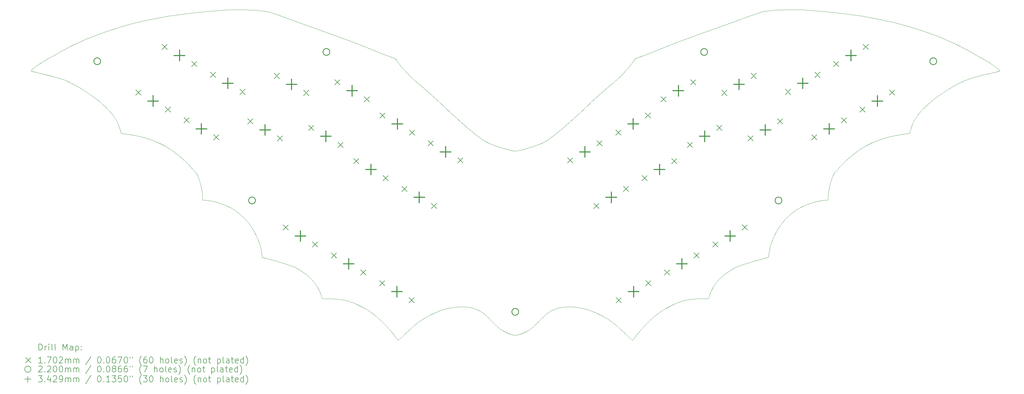
<source format=gbr>
%FSLAX45Y45*%
G04 Gerber Fmt 4.5, Leading zero omitted, Abs format (unit mm)*
G04 Created by KiCad (PCBNEW 6.0.2+dfsg-1) date 2022-06-30 23:38:22*
%MOMM*%
%LPD*%
G01*
G04 APERTURE LIST*
%TA.AperFunction,Profile*%
%ADD10C,0.120385*%
%TD*%
%ADD11C,0.200000*%
%ADD12C,0.170180*%
%ADD13C,0.220000*%
%ADD14C,0.342900*%
G04 APERTURE END LIST*
D10*
X20610984Y-14110124D02*
X20455127Y-14061435D01*
X11007000Y-15792000D02*
X10967000Y-15791000D01*
X8269553Y-13628342D02*
X8269553Y-13628342D01*
X18913030Y-19267454D02*
X19004947Y-19252224D01*
X28705766Y-9788421D02*
X28569298Y-9838299D01*
X28914390Y-17704325D02*
X28982254Y-17685919D01*
X34491765Y-12550667D02*
X34583760Y-12479255D01*
X24271695Y-19847684D02*
X24369433Y-19934825D01*
X29245642Y-17247847D02*
X29260803Y-17196796D01*
X29342961Y-16993208D02*
X29378116Y-16918891D01*
X16978138Y-11160731D02*
X16945462Y-11149548D01*
X6767098Y-10750818D02*
X6646113Y-10809324D01*
X24857708Y-11238089D02*
X24849968Y-11248243D01*
X6583700Y-11972055D02*
X6693833Y-12026447D01*
X12193592Y-16320994D02*
X12238563Y-16365008D01*
X21112046Y-20135645D02*
X21141576Y-20127137D01*
X12003222Y-9631781D02*
X11874913Y-9633523D01*
X14055582Y-18055436D02*
X14125726Y-18101284D01*
X15515520Y-19028483D02*
X15575123Y-19043739D01*
X20014116Y-19483958D02*
X20044230Y-19510649D01*
X25756198Y-19351090D02*
X25802053Y-19322288D01*
X10873281Y-15450072D02*
X10880801Y-15497549D01*
X14667082Y-18703876D02*
X14691679Y-18758369D01*
X10707346Y-14938687D02*
X10707346Y-14938687D01*
X24167278Y-11992766D02*
X24096380Y-12052127D01*
X12476230Y-16654867D02*
X12476230Y-16654867D01*
X5375000Y-11592000D02*
X5367500Y-11604000D01*
X6318852Y-10985111D02*
X6318852Y-10985111D01*
X35683089Y-10984837D02*
X35683089Y-10984837D01*
X5689429Y-11349011D02*
X5689429Y-11349011D01*
X27532892Y-18401932D02*
X27574436Y-18355703D01*
X16945462Y-11149548D02*
X16905240Y-11135084D01*
X24718749Y-20258402D02*
X24735967Y-20274246D01*
X8269553Y-13628342D02*
X8479999Y-13659762D01*
X29356835Y-9654927D02*
X29356835Y-9654927D01*
X7342128Y-10502342D02*
X7342128Y-10502342D01*
X19095672Y-19241522D02*
X19184965Y-19235370D01*
X6423174Y-10925912D02*
X6318852Y-10985111D01*
X20235406Y-19696151D02*
X20235406Y-19696151D01*
X24994515Y-11170436D02*
X24980468Y-11175477D01*
X20975389Y-20149825D02*
X20946016Y-20146989D01*
X5689429Y-11349011D02*
X5637859Y-11382583D01*
X15694075Y-19080775D02*
X15754098Y-19102715D01*
X31544947Y-14647394D02*
X31615038Y-14576426D01*
X17254602Y-11395693D02*
X17235370Y-11370199D01*
X16652788Y-19677694D02*
X16750827Y-19773332D01*
X20610984Y-14110124D02*
X20610984Y-14110124D01*
X11128845Y-15806345D02*
X11171218Y-15813700D01*
X29230244Y-17308417D02*
X29245642Y-17247847D01*
X16593748Y-11013270D02*
X16593748Y-11013270D01*
X5775136Y-11715660D02*
X5939279Y-11755564D01*
X18349750Y-19452671D02*
X18443845Y-19410741D01*
X10992880Y-9693249D02*
X10387361Y-9758299D01*
X24915998Y-20149946D02*
X24915998Y-20149946D01*
X29356835Y-9654927D02*
X29356835Y-9654927D01*
X12691047Y-17066204D02*
X12718831Y-17134882D01*
X20076542Y-19540418D02*
X20111435Y-19573558D01*
X13646334Y-17872630D02*
X13749644Y-17908706D01*
X16700430Y-11056515D02*
X16593748Y-11013270D01*
X5367500Y-11604000D02*
X5363000Y-11613000D01*
X25711011Y-19380976D02*
X25756198Y-19351090D01*
X5391608Y-11572848D02*
X5381958Y-11583096D01*
X10387361Y-9758299D02*
X9814321Y-9839296D01*
X25021156Y-20019070D02*
X25061151Y-19973248D01*
X33521941Y-13659488D02*
X33732387Y-13628068D01*
X16199887Y-19322562D02*
X16245743Y-19351364D01*
X17864888Y-19738773D02*
X17900465Y-19712678D01*
X10317482Y-14509372D02*
X10386902Y-14576700D01*
X30296693Y-15981691D02*
X30335787Y-15964149D01*
X7510176Y-12550942D02*
X7598093Y-12623114D01*
X28832511Y-17727474D02*
X28914390Y-17704325D01*
X36634440Y-11603726D02*
X36626940Y-11591726D01*
X30913610Y-15800191D02*
X30951941Y-15795883D01*
X16978138Y-11160731D02*
X16978138Y-11160731D01*
X25666290Y-19412099D02*
X25711011Y-19380976D01*
X7342128Y-10502342D02*
X7182338Y-10567746D01*
X24863483Y-11231109D02*
X24857708Y-11238089D01*
X10891758Y-15590404D02*
X10895040Y-15635202D01*
X8192841Y-13384206D02*
X8203443Y-13414888D01*
X19858255Y-19371959D02*
X19883183Y-19386365D01*
X22254582Y-13689544D02*
X22138754Y-13775516D01*
X10724795Y-14970818D02*
X10741845Y-15005821D01*
X25408192Y-11012995D02*
X25408192Y-11012995D01*
X8479999Y-13659762D02*
X8479999Y-13659762D01*
X31845951Y-14366179D02*
X31941823Y-14288891D01*
X31170524Y-15259647D02*
X31183546Y-15213497D01*
X17721206Y-11895201D02*
X17658756Y-11836753D01*
X25996240Y-19214877D02*
X25996240Y-19214877D01*
X14390695Y-10184801D02*
X13868420Y-9996979D01*
X20397536Y-19855116D02*
X20430253Y-19885083D01*
X35578766Y-10925638D02*
X35470074Y-10867228D01*
X29736333Y-9634513D02*
X29606056Y-9639219D01*
X5939279Y-11755564D02*
X6080787Y-11792443D01*
X19004947Y-19252224D02*
X19095672Y-19241522D01*
X18090891Y-19588746D02*
X18131631Y-19565176D01*
X8148425Y-13273507D02*
X8159971Y-13299668D01*
X16980784Y-20019344D02*
X17018176Y-20063920D01*
X16559409Y-19591887D02*
X16605618Y-19633638D01*
X12001755Y-16160210D02*
X12051324Y-16197952D01*
X10903000Y-15792000D02*
X10935000Y-15791000D01*
X24983764Y-20063646D02*
X25021156Y-20019070D01*
X33984510Y-13054816D02*
X33984510Y-13054816D01*
X12324278Y-16457045D02*
X12364838Y-16504905D01*
X31034940Y-15790726D02*
X30994940Y-15791726D01*
X21639741Y-19821345D02*
X21678203Y-19783938D01*
X35593900Y-11896254D02*
X35690628Y-11861491D01*
X30509645Y-15898131D02*
X30602473Y-15868962D01*
X19387147Y-13395552D02*
X19249721Y-13273945D01*
X20939060Y-14197274D02*
X20968897Y-14199439D01*
X30127027Y-9633249D02*
X29998719Y-9631507D01*
X33521941Y-13659488D02*
X33521941Y-13659488D01*
X16513958Y-19552289D02*
X16559409Y-19591887D01*
X24271695Y-19847684D02*
X24271695Y-19847684D01*
X23181785Y-19286915D02*
X23275377Y-19311134D01*
X12511784Y-16711102D02*
X12549032Y-16775528D01*
X15455383Y-19015294D02*
X15515520Y-19028483D01*
X16005700Y-19215151D02*
X16005700Y-19215151D01*
X31243520Y-15043132D02*
X31260095Y-15005547D01*
X24027876Y-19661562D02*
X24065091Y-19686763D01*
X24766571Y-11369925D02*
X24747338Y-11395419D01*
X21923586Y-13916703D02*
X21889091Y-13934374D01*
X31750060Y-14448795D02*
X31750060Y-14448795D01*
X22059767Y-13831825D02*
X21990325Y-13877867D01*
X11666153Y-15964423D02*
X11705248Y-15981965D01*
X31121140Y-15497275D02*
X31128659Y-15449798D01*
X24280734Y-11894927D02*
X24280734Y-11894927D01*
X31277146Y-14970544D02*
X31294595Y-14938413D01*
X23786008Y-19518870D02*
X23828636Y-19541705D01*
X33865475Y-13247839D02*
X33877918Y-13223065D01*
X6896008Y-10691426D02*
X6767098Y-10750818D01*
X12799631Y-17439536D02*
X12810381Y-17500386D01*
X20690643Y-20058544D02*
X20762514Y-20090268D01*
X29191560Y-17500112D02*
X29202309Y-17439262D01*
X12364838Y-16504905D02*
X12403744Y-16553883D01*
X17658756Y-11836753D02*
X17588041Y-11766512D01*
X20600000Y-20012000D02*
X20572333Y-19995245D01*
X23652190Y-19452397D02*
X23742405Y-19496382D01*
X28569298Y-9838299D02*
X28569298Y-9838299D01*
X26187005Y-19126768D02*
X26247842Y-19102441D01*
X27611246Y-10184527D02*
X27611246Y-10184527D01*
X24876327Y-11221370D02*
X24890416Y-11213488D01*
X23463770Y-19372932D02*
X23558095Y-19410467D01*
X21000000Y-14200000D02*
X21000000Y-14200000D01*
X22904880Y-13134603D02*
X22752219Y-13273671D01*
X9271069Y-9936779D02*
X8754914Y-10051287D01*
X8620583Y-13682486D02*
X8755190Y-13707868D01*
X29525710Y-16654593D02*
X29561035Y-16603623D01*
X18820156Y-19287189D02*
X18913030Y-19267454D01*
X14610736Y-18598573D02*
X14640105Y-18650617D01*
X29271196Y-17166666D02*
X29283109Y-17134608D01*
X10251880Y-14449069D02*
X10251880Y-14449069D01*
X32993757Y-13767093D02*
X33117693Y-13735824D01*
X17796075Y-19792378D02*
X17830098Y-19765335D01*
X20600000Y-20012000D02*
X20628602Y-20027882D01*
X23950876Y-19612430D02*
X23989812Y-19636789D01*
X30994940Y-15791726D02*
X30951941Y-15795883D01*
X20610984Y-14110124D02*
X20610984Y-14110124D01*
X12964933Y-17672291D02*
X13019686Y-17686193D01*
X21456848Y-19976962D02*
X21484168Y-19957322D01*
X10586599Y-14786991D02*
X10639817Y-14848579D01*
X36417438Y-11671298D02*
X36417438Y-11671298D01*
X31158446Y-15306642D02*
X31170524Y-15259647D01*
X23885171Y-12230011D02*
X23692722Y-12401202D01*
X34659812Y-10502067D02*
X34208807Y-10333255D01*
X18730299Y-12790676D02*
X18523335Y-12596936D01*
X12134086Y-9632209D02*
X12003222Y-9631781D01*
X34984472Y-12207281D02*
X35090821Y-12144227D01*
X13838127Y-17943313D02*
X13878089Y-17960600D01*
X24231503Y-11938024D02*
X24167278Y-11992766D01*
X11633566Y-9643608D02*
X10992880Y-9693249D01*
X17060499Y-11190754D02*
X17083315Y-11200390D01*
X19863186Y-13775791D02*
X19863186Y-13775791D01*
X32187619Y-9839022D02*
X31614579Y-9758024D01*
X27819597Y-18140847D02*
X27876214Y-18101010D01*
X25996240Y-19214877D02*
X25996240Y-19214877D01*
X12147334Y-16278425D02*
X12193592Y-16320994D01*
X12768171Y-9665752D02*
X12645106Y-9655201D01*
X26299169Y-10662744D02*
X25823744Y-10845329D01*
X10696311Y-14921351D02*
X10707346Y-14938687D01*
X35105933Y-10691152D02*
X34967914Y-10630314D01*
X17237664Y-20299760D02*
X17250654Y-20288342D01*
X23870309Y-19564902D02*
X23911049Y-19588472D01*
X19942173Y-13832099D02*
X19863186Y-13775791D01*
X28859332Y-9735207D02*
X28813470Y-9750412D01*
X21546814Y-14061161D02*
X21390956Y-14109850D01*
X23076709Y-12974653D02*
X22904880Y-13134603D01*
X28133521Y-9996704D02*
X27611246Y-10184527D01*
X15064476Y-18975096D02*
X15134893Y-18977560D01*
X5584502Y-11671573D02*
X5584502Y-11671573D01*
X24587915Y-20135049D02*
X24680331Y-20222178D01*
X14469049Y-18402206D02*
X14508130Y-18449563D01*
X32135226Y-14149537D02*
X32233613Y-14087089D01*
X7182338Y-10567746D02*
X7034026Y-10630588D01*
X30206748Y-16027515D02*
X30260002Y-15999455D01*
X36417438Y-11671298D02*
X36417438Y-11671298D01*
X28163813Y-17943039D02*
X28252296Y-17908432D01*
X9353550Y-13881315D02*
X9461285Y-13926647D01*
X15332159Y-18994798D02*
X15394375Y-19004092D01*
X35308108Y-12026172D02*
X35418241Y-11971781D01*
X29415164Y-16845424D02*
X29452909Y-16775254D01*
X11088330Y-15800465D02*
X11128845Y-15806345D01*
X34659812Y-10502067D02*
X34659812Y-10502067D01*
X14766994Y-18973455D02*
X14991165Y-18974138D01*
X6080787Y-11792443D02*
X6203513Y-11827457D01*
X16750827Y-19773332D02*
X16750827Y-19773332D01*
X27334859Y-18703602D02*
X27361835Y-18650343D01*
X5438779Y-11530757D02*
X5404523Y-11560530D01*
X17111525Y-11213762D02*
X17125613Y-11221644D01*
X23558095Y-19410467D02*
X23652190Y-19452397D01*
X8224541Y-13480881D02*
X8224541Y-13480881D01*
X18259535Y-19496656D02*
X18349750Y-19452671D01*
X34583760Y-12479255D02*
X34679431Y-12408905D01*
X17085942Y-20150220D02*
X17085942Y-20150220D01*
X25823744Y-10845329D02*
X25408192Y-11012995D01*
X17304881Y-11457494D02*
X17254602Y-11395693D01*
X30830722Y-15813426D02*
X30873095Y-15806071D01*
X17048070Y-11185799D02*
X17035040Y-11180789D01*
X7223566Y-12340198D02*
X7322510Y-12409180D01*
X30602473Y-15868962D02*
X30695739Y-15843381D01*
X8224541Y-13480881D02*
X8269553Y-13628342D01*
X31614579Y-9758024D02*
X31009061Y-9692975D01*
X16897994Y-19926232D02*
X16940789Y-19973522D01*
X27288030Y-18813839D02*
X27310262Y-18758095D01*
X20044230Y-19510649D02*
X20076542Y-19540418D01*
X8754914Y-10051287D02*
X8263165Y-10183357D01*
X33798498Y-13414614D02*
X33809100Y-13383931D01*
X16593748Y-11013270D02*
X16593748Y-11013270D01*
X14236414Y-18181980D02*
X14287951Y-18223877D01*
X6408041Y-11896528D02*
X6497551Y-11932905D01*
X21889091Y-13934374D02*
X21852707Y-13951391D01*
X22195336Y-19345633D02*
X22222820Y-19333398D01*
X13915880Y-17978162D02*
X13952013Y-17996213D01*
X20984095Y-14199875D02*
X20968897Y-14199439D01*
X27361835Y-18650343D02*
X27391204Y-18598299D01*
X13087550Y-17704599D02*
X13169429Y-17727748D01*
X22143686Y-19371685D02*
X22169085Y-19358297D01*
X16940789Y-19973522D02*
X16980784Y-20019344D01*
X24271695Y-19847684D02*
X24271695Y-19847684D01*
X25023803Y-11160457D02*
X25008980Y-11165421D01*
X25056479Y-11149274D02*
X25023803Y-11160457D01*
X21957711Y-19510375D02*
X21987824Y-19483684D01*
X21239427Y-20089994D02*
X21239427Y-20089994D01*
X35470074Y-10867228D02*
X35355828Y-10809050D01*
X31294595Y-14938413D02*
X31294595Y-14938413D01*
X5584502Y-11671573D02*
X5584502Y-11671573D01*
X36619982Y-11582822D02*
X36610333Y-11572574D01*
X28049928Y-17995939D02*
X28086060Y-17977888D01*
X12586777Y-16845698D02*
X12623824Y-16919165D01*
X30376957Y-15946925D02*
X30419875Y-15930117D01*
X11751061Y-9637459D02*
X11633566Y-9643608D01*
X16803210Y-19826359D02*
X16852200Y-19877251D01*
X21852707Y-13951391D02*
X21813577Y-13968136D01*
X19985820Y-19460050D02*
X20014116Y-19483958D01*
X12819970Y-17572690D02*
X12822615Y-17607142D01*
X24863483Y-11231109D02*
X24876327Y-11221370D01*
X19958960Y-19438631D02*
X19985820Y-19460050D01*
X19863186Y-13775791D02*
X19863186Y-13775791D01*
X32435899Y-13975698D02*
X32540655Y-13926373D01*
X36449370Y-11664001D02*
X36478001Y-11657334D01*
X10901000Y-15744000D02*
X10902000Y-15770000D01*
X31066940Y-15790726D02*
X31098940Y-15791726D01*
X14390695Y-10184801D02*
X14390695Y-10184801D01*
X11899948Y-16090128D02*
X11951266Y-16124242D01*
X34101004Y-12913052D02*
X34168586Y-12840879D01*
X19908023Y-19402083D02*
X19933155Y-19419406D01*
X24781179Y-11348785D02*
X24781179Y-11348785D01*
X21390956Y-14109850D02*
X21390956Y-14109850D01*
X21925398Y-19540143D02*
X21957711Y-19510375D01*
X29606056Y-9639219D02*
X29478923Y-9646031D01*
X31009061Y-9692975D02*
X30368374Y-9643334D01*
X17730246Y-19847958D02*
X17730246Y-19847958D01*
X5895475Y-11226865D02*
X5817872Y-11271888D01*
X33732387Y-13628068D02*
X33732387Y-13628068D01*
X8083082Y-13151290D02*
X8067996Y-13127545D01*
X12822615Y-17607142D02*
X12822615Y-17638142D01*
X30154047Y-16057675D02*
X30206748Y-16027515D01*
X29452909Y-16775254D02*
X29490156Y-16710828D01*
X19513273Y-13503119D02*
X19387147Y-13395552D01*
X14733791Y-18871127D02*
X14733791Y-18871127D01*
X36610333Y-11572574D02*
X36597417Y-11560255D01*
X28735715Y-17755602D02*
X28832511Y-17727474D01*
X30873095Y-15806071D02*
X30913610Y-15800191D01*
X26307865Y-19080501D02*
X26367411Y-19060869D01*
X19750022Y-19321573D02*
X19750022Y-19321573D01*
X19883183Y-19386365D02*
X19908023Y-19402083D01*
X23742405Y-19496382D02*
X23786008Y-19518870D01*
X27611246Y-10184527D02*
X26879870Y-10448168D01*
X12099881Y-16237384D02*
X12147334Y-16278425D01*
X26061541Y-19182906D02*
X26125017Y-19153563D01*
X20796991Y-20104448D02*
X20829544Y-20116738D01*
X18730299Y-12790676D02*
X18730299Y-12790676D01*
X21541080Y-19911624D02*
X21571687Y-19884809D01*
X24915998Y-20149946D02*
X24948777Y-20107197D01*
X17021472Y-11175751D02*
X17007425Y-11170711D01*
X29998719Y-9631507D02*
X29867854Y-9631935D01*
X12756298Y-17248121D02*
X12771697Y-17308691D01*
X24027132Y-12109080D02*
X23964264Y-12161639D01*
X27422980Y-18547454D02*
X27457178Y-18497790D01*
X31098940Y-15791726D02*
X31099940Y-15769726D01*
X16469060Y-19514691D02*
X16513958Y-19552289D01*
X21766534Y-19695876D02*
X21766534Y-19695876D01*
X24280734Y-11894927D02*
X24280734Y-11894927D01*
X29283109Y-17134608D02*
X29310893Y-17065930D01*
X11049999Y-15796157D02*
X11088330Y-15800465D01*
X20628602Y-20027882D02*
X20658647Y-20043270D01*
X29015619Y-9693644D02*
X28978384Y-9701667D01*
X24784940Y-20318726D02*
X24764277Y-20299485D01*
X7342128Y-10502342D02*
X7342128Y-10502342D01*
X10789828Y-15125162D02*
X10804505Y-15168755D01*
X33521941Y-13659488D02*
X33521941Y-13659488D01*
X17265973Y-20274520D02*
X17283192Y-20258676D01*
X10741845Y-15005821D02*
X10758420Y-15043406D01*
X21204949Y-20104174D02*
X21239427Y-20089994D01*
X22996993Y-19251950D02*
X23088911Y-19267180D01*
X20918410Y-20142262D02*
X20946016Y-20146989D01*
X12395884Y-9639493D02*
X12265607Y-9634787D01*
X20330777Y-14020835D02*
X20455127Y-14061435D01*
X25487983Y-19552015D02*
X25532881Y-19514417D01*
X25996240Y-19214877D02*
X26061541Y-19182906D01*
X31320825Y-14899998D02*
X31339787Y-14875599D01*
X31362123Y-14848305D02*
X31415341Y-14786717D01*
X8224541Y-13480881D02*
X8224541Y-13480881D01*
X16005700Y-19215151D02*
X16005700Y-19215151D01*
X33738775Y-10183083D02*
X33247027Y-10051012D01*
X5363000Y-11613000D02*
X5391000Y-11623000D01*
X18116769Y-12230286D02*
X18037676Y-12161913D01*
X27876214Y-18101010D02*
X27946358Y-18055162D01*
X10681116Y-14900272D02*
X10696311Y-14921351D01*
X18012129Y-19637064D02*
X18051064Y-19612705D01*
X24867347Y-20214221D02*
X24915998Y-20149946D01*
X18443845Y-19410741D02*
X18538170Y-19373206D01*
X20923636Y-14195363D02*
X20907353Y-14192779D01*
X20044895Y-13898269D02*
X20011616Y-13878142D01*
X28901359Y-9722188D02*
X28859332Y-9735207D01*
X29135639Y-9675395D02*
X29093127Y-9680768D01*
X25251114Y-19773058D02*
X25251114Y-19773058D01*
X10897748Y-15687828D02*
X10898985Y-15708683D01*
X14427504Y-18355977D02*
X14469049Y-18402206D01*
X10864505Y-15402281D02*
X10873281Y-15450072D01*
X15940399Y-19183180D02*
X16005700Y-19215151D01*
X25193475Y-11098458D02*
X25096701Y-11134810D01*
X14991165Y-18974138D02*
X15064476Y-18975096D01*
X10895040Y-15635202D02*
X10897748Y-15687828D01*
X24479561Y-20034939D02*
X24587915Y-20135049D01*
X8136465Y-13248113D02*
X8148425Y-13273507D01*
X36470548Y-11457916D02*
X36417675Y-11419418D01*
X36226805Y-11715386D02*
X36417438Y-11671298D01*
X17191728Y-20287383D02*
X17204400Y-20302691D01*
X24747338Y-11395419D02*
X24697059Y-11457220D01*
X17974808Y-12109355D02*
X17974808Y-12109355D01*
X16153159Y-19294693D02*
X16199887Y-19322562D01*
X12476230Y-16654867D02*
X12476230Y-16654867D01*
X22251918Y-19321298D02*
X22324551Y-19294978D01*
X19933155Y-19419406D02*
X19958960Y-19438631D01*
X16750827Y-19773332D02*
X16750827Y-19773332D01*
X16005700Y-19215151D02*
X16056269Y-19241140D01*
X17632507Y-19935099D02*
X17730246Y-19847958D01*
X27611246Y-10184527D02*
X27611246Y-10184527D01*
X29202309Y-17439262D02*
X29215502Y-17373793D01*
X27234946Y-18973181D02*
X27268149Y-18870853D01*
X19097061Y-13134877D02*
X18925231Y-12974928D01*
X13023556Y-9701941D02*
X12986322Y-9693918D01*
X17900465Y-19712678D02*
X17936850Y-19687037D01*
X20149289Y-19610364D02*
X20235406Y-19696151D01*
X10895040Y-15635202D02*
X10895040Y-15635202D01*
X33777400Y-13480607D02*
X33787955Y-13446790D01*
X24027132Y-12109080D02*
X24027132Y-12109080D01*
X31128659Y-15449798D02*
X31137436Y-15402007D01*
X14691679Y-18758369D02*
X14713910Y-18814113D01*
X20658647Y-20043270D02*
X20690643Y-20058544D01*
X16056269Y-19241140D02*
X16105354Y-19267603D01*
X25149740Y-19876977D02*
X25198730Y-19826084D01*
X25442531Y-19591613D02*
X25487983Y-19552015D01*
X29179325Y-17637868D02*
X29179325Y-17606868D01*
X15394375Y-19004092D02*
X15455383Y-19015294D01*
X14578960Y-18547729D02*
X14610736Y-18598573D01*
X7760085Y-12768524D02*
X7833354Y-12841153D01*
X29719785Y-16410111D02*
X29763377Y-16364733D01*
X14544763Y-18498064D02*
X14578960Y-18547729D01*
X10456994Y-14647668D02*
X10524609Y-14718893D01*
X17730246Y-19847958D02*
X17762798Y-19819914D01*
X27010776Y-18973864D02*
X27010776Y-18973864D01*
X29637103Y-16504631D02*
X29677663Y-16456771D01*
X5523939Y-11657608D02*
X5498438Y-11651512D01*
X8017430Y-13055090D02*
X8035241Y-13079591D01*
X8171176Y-13326741D02*
X8182108Y-13354872D01*
X35198834Y-12083756D02*
X35308108Y-12026172D01*
X10060117Y-14289165D02*
X10155990Y-14366453D01*
X34659812Y-10502067D02*
X34659812Y-10502067D01*
X33853516Y-13273233D02*
X33865475Y-13247839D01*
X13868420Y-9996979D02*
X13432642Y-9838573D01*
X26879870Y-10448168D02*
X26299169Y-10662744D01*
X24908359Y-11204744D02*
X24890416Y-11213488D01*
X35690628Y-11861491D02*
X35798428Y-11827182D01*
X33830765Y-13326467D02*
X33841969Y-13299394D01*
X18131631Y-19565176D02*
X18173304Y-19541980D01*
X31750060Y-14448795D02*
X31750060Y-14448795D01*
X21202968Y-14166583D02*
X21232396Y-14157952D01*
X6911119Y-12144501D02*
X7017468Y-12207555D01*
X31099940Y-15769726D02*
X31100940Y-15743726D01*
X26125017Y-19153563D02*
X26187005Y-19126768D01*
X11215120Y-15822435D02*
X11306201Y-15843656D01*
X23478605Y-12596662D02*
X23271642Y-12790401D01*
X6497551Y-11932905D02*
X6583700Y-11972055D01*
X15575123Y-19043739D02*
X15634529Y-19061143D01*
X29260803Y-17196796D02*
X29260803Y-17196796D01*
X9127427Y-13801866D02*
X9242406Y-13839784D01*
X22016121Y-19459776D02*
X22042981Y-19438357D01*
X24280734Y-11894927D02*
X24231503Y-11938024D01*
X17321609Y-20222453D02*
X17321609Y-20222453D01*
X8097401Y-13175073D02*
X8111024Y-13199041D01*
X19750022Y-19321573D02*
X19750022Y-19321573D01*
X5531393Y-11458190D02*
X5481983Y-11495928D01*
X21311298Y-20058270D02*
X21343293Y-20042996D01*
X18730299Y-12790676D02*
X18730299Y-12790676D01*
X31339787Y-14875599D02*
X31362123Y-14848305D01*
X12741138Y-17197071D02*
X12756298Y-17248121D01*
X17974808Y-12109355D02*
X17974808Y-12109355D01*
X31137436Y-15402007D02*
X31147390Y-15354192D01*
X5746124Y-11314400D02*
X5689429Y-11349011D01*
X22729350Y-19233516D02*
X22816975Y-19235096D01*
X15134893Y-18977560D02*
X15202755Y-18981612D01*
X18349750Y-19452671D02*
X18349750Y-19452671D01*
X20762514Y-20090268D02*
X20796991Y-20104448D01*
X17367482Y-11529970D02*
X17304881Y-11457494D01*
X10880801Y-15497549D02*
X10886986Y-15544423D01*
X24137053Y-19738499D02*
X24171842Y-19765061D01*
X19779120Y-19333672D02*
X19806605Y-19345907D01*
X24735967Y-20274246D02*
X24751286Y-20288068D01*
X36106465Y-11226591D02*
X36032206Y-11184448D01*
X16803210Y-19826359D02*
X16750827Y-19773332D01*
X17283192Y-20258676D02*
X17301880Y-20241192D01*
X31684459Y-14509098D02*
X31750060Y-14448795D01*
X12051324Y-16197952D02*
X12099881Y-16237384D01*
X26937465Y-18974821D02*
X27010776Y-18973864D01*
X26367411Y-19060869D02*
X26426817Y-19043465D01*
X20829544Y-20116738D02*
X20860449Y-20127137D01*
X10804505Y-15168755D02*
X10818394Y-15213771D01*
X25408192Y-11012995D02*
X25408192Y-11012995D01*
X24563653Y-11608353D02*
X24488761Y-11688699D01*
X31102955Y-15708409D02*
X31104193Y-15687554D01*
X33777400Y-13480607D02*
X33777400Y-13480607D01*
X12282156Y-16410385D02*
X12324278Y-16457045D01*
X33117693Y-13735824D02*
X33246751Y-13707594D01*
X33904539Y-13174799D02*
X33918858Y-13151016D01*
X22324551Y-19294978D02*
X22400276Y-19273363D01*
X11847893Y-16057950D02*
X11899948Y-16090128D01*
X17085942Y-20150220D02*
X17134593Y-20214495D01*
X8755190Y-13707868D02*
X8884247Y-13736098D01*
X36503502Y-11651237D02*
X36526045Y-11645650D01*
X28569298Y-9838299D02*
X28133521Y-9996704D01*
X13061270Y-9711369D02*
X13023556Y-9701941D01*
X36032206Y-11184448D02*
X36032206Y-11184448D01*
X18215932Y-19519144D02*
X18259535Y-19496656D01*
X22222820Y-19333398D02*
X22251918Y-19321298D01*
X35921154Y-11792168D02*
X36062661Y-11755289D01*
X34403847Y-12622840D02*
X34491765Y-12550667D01*
X20149234Y-13951665D02*
X20112849Y-13934649D01*
X24784940Y-20318726D02*
X24797541Y-20302417D01*
X35798428Y-11827182D02*
X35921154Y-11792168D01*
X34241856Y-12768250D02*
X34320410Y-12695469D01*
X28940670Y-9711095D02*
X28901359Y-9722188D01*
X17513179Y-11688973D02*
X17438287Y-11608628D01*
X36364082Y-11382309D02*
X36312511Y-11348737D01*
X28813470Y-9750412D02*
X28705766Y-9788421D01*
X24488761Y-11688699D02*
X24413899Y-11766238D01*
X8124022Y-13223339D02*
X8136465Y-13248113D01*
X14336969Y-18266830D02*
X14383482Y-18310858D01*
X9814321Y-9839296D02*
X9271069Y-9936779D01*
X11741939Y-15999730D02*
X11795193Y-16027790D01*
X24797541Y-20302417D02*
X24810212Y-20287109D01*
X18632489Y-19340088D02*
X18726563Y-19311408D01*
X19632032Y-13600068D02*
X19513273Y-13503119D01*
X16605618Y-19633638D02*
X16652788Y-19677694D01*
X36626940Y-11591726D02*
X36619982Y-11582822D01*
X12658980Y-16993483D02*
X12691047Y-17066204D01*
X23989812Y-19636789D02*
X24027876Y-19661562D01*
X13019686Y-17686193D02*
X13087550Y-17704599D01*
X23088911Y-19267180D02*
X23181785Y-19286915D01*
X12265607Y-9634787D02*
X12134086Y-9632209D01*
X29677663Y-16456771D02*
X29719785Y-16410111D01*
X16178197Y-10845604D02*
X15702771Y-10663019D01*
X21202968Y-14166583D02*
X21176517Y-14173894D01*
X30951941Y-15795883D02*
X30951941Y-15795883D01*
X29356835Y-9654927D02*
X29233769Y-9665478D01*
X25096701Y-11134810D02*
X25056479Y-11149274D01*
X31415341Y-14786717D02*
X31477332Y-14718619D01*
X33933944Y-13127271D02*
X33949867Y-13103420D01*
X23964264Y-12161639D02*
X23885171Y-12230011D01*
X8884247Y-13736098D02*
X9008183Y-13767367D01*
X12238563Y-16365008D02*
X12282156Y-16410385D01*
X20889673Y-14189602D02*
X20907353Y-14192779D01*
X7962429Y-12984740D02*
X8017430Y-13055090D01*
X26733542Y-18987057D02*
X26799185Y-18981338D01*
X5475895Y-11645924D02*
X5498438Y-11651512D01*
X17204400Y-20302691D02*
X17217000Y-20319000D01*
X29260803Y-17196796D02*
X29260803Y-17196796D01*
X33841969Y-13299394D02*
X33853516Y-13273233D01*
X12476230Y-16654867D02*
X12511784Y-16711102D01*
X23911049Y-19588472D02*
X23950876Y-19612430D01*
X12645106Y-9655201D02*
X12523017Y-9646305D01*
X19806605Y-19345907D02*
X19832855Y-19358572D01*
X29867854Y-9631935D02*
X29736333Y-9634513D01*
X16992960Y-11165695D02*
X16978138Y-11160731D01*
X16593748Y-11013270D02*
X16178197Y-10845604D01*
X13188470Y-9750686D02*
X13142608Y-9735481D01*
X32540655Y-13926373D02*
X32648391Y-13881040D01*
X25301510Y-11056241D02*
X25193475Y-11098458D01*
X20330777Y-14020835D02*
X20231094Y-13985265D01*
X20999854Y-20150770D02*
X20975389Y-20149825D01*
X26426817Y-19043465D02*
X26486420Y-19028208D01*
X18523335Y-12596936D02*
X18309218Y-12401476D01*
X33247027Y-10051012D02*
X32730872Y-9936505D01*
X10707346Y-14938687D02*
X10724795Y-14970818D01*
X12817794Y-17551904D02*
X12810381Y-17500386D01*
X29378116Y-16918891D02*
X29415164Y-16845424D01*
X16808466Y-11098733D02*
X16700430Y-11056515D01*
X25848781Y-19294419D02*
X25896586Y-19267329D01*
X10524609Y-14718893D02*
X10586599Y-14786991D01*
X22138754Y-13775516D02*
X22138754Y-13775516D01*
X29490156Y-16710828D02*
X29525710Y-16654593D01*
X21031103Y-14199439D02*
X21060940Y-14197274D01*
X13952013Y-17996213D02*
X13986999Y-18014966D01*
X7322510Y-12409180D02*
X7418180Y-12479529D01*
X9668246Y-14029480D02*
X9768328Y-14087363D01*
X24239142Y-19819640D02*
X24271695Y-19847684D01*
X24700060Y-20240918D02*
X24718749Y-20258402D01*
X22369909Y-13599793D02*
X22254582Y-13689544D01*
X27618458Y-18310583D02*
X27664971Y-18266556D01*
X5391000Y-11623000D02*
X5424306Y-11631603D01*
X27946358Y-18055162D02*
X28014941Y-18014692D01*
X20762514Y-20090268D02*
X20762514Y-20090268D01*
X9242406Y-13839784D02*
X9353550Y-13881315D01*
X19677389Y-19295252D02*
X19750022Y-19321573D01*
X17834663Y-11993041D02*
X17770437Y-11938298D01*
X34039511Y-12984466D02*
X34101004Y-12913052D01*
X8111024Y-13199041D02*
X8124022Y-13223339D01*
X31305630Y-14921077D02*
X31320825Y-14899998D01*
X32038105Y-14216741D02*
X32135226Y-14149537D01*
X31750060Y-14448795D02*
X31845951Y-14366179D01*
X21112046Y-20135645D02*
X21083616Y-20142262D01*
X14182343Y-18141122D02*
X14236414Y-18181980D01*
X17007425Y-11170711D02*
X16992960Y-11165695D01*
X31183546Y-15213497D02*
X31197435Y-15168481D01*
X36563162Y-11530483D02*
X36519957Y-11495654D01*
X28355607Y-17872356D02*
X28477841Y-17833098D01*
X8083082Y-13151290D02*
X8097401Y-13175073D01*
X25532881Y-19514417D02*
X25577429Y-19478667D01*
X31941823Y-14288891D02*
X32038105Y-14216741D01*
X18538170Y-19373206D02*
X18632489Y-19340088D01*
X33777400Y-13480607D02*
X33777400Y-13480607D01*
X16905240Y-11135084D02*
X16808466Y-11098733D01*
X24849968Y-11248243D02*
X24840600Y-11261089D01*
X17111525Y-11213762D02*
X17093581Y-11205018D01*
X35234842Y-10750544D02*
X35105933Y-10691152D01*
X19184965Y-19235370D02*
X19272591Y-19233790D01*
X31110182Y-15590129D02*
X31114954Y-15544149D01*
X5424306Y-11631603D02*
X5447254Y-11638363D01*
X5447254Y-11638363D02*
X5456140Y-11640784D01*
X21456848Y-19976962D02*
X21429608Y-19994971D01*
X21890506Y-19573284D02*
X21852652Y-19610090D01*
X10774440Y-15083283D02*
X10758420Y-15043406D01*
X15702771Y-10663019D02*
X15122071Y-10448442D01*
X19832855Y-19358572D02*
X19858255Y-19371959D01*
X24413899Y-11766238D02*
X24343184Y-11836479D01*
X35683089Y-10984837D02*
X35683089Y-10984837D01*
X10831417Y-15259921D02*
X10843495Y-15306916D01*
X26247842Y-19102441D02*
X26307865Y-19080501D01*
X31147390Y-15354192D02*
X31158446Y-15306642D01*
X24171842Y-19765061D02*
X24205865Y-19792104D01*
X13296174Y-9788695D02*
X13188470Y-9750686D01*
X31243520Y-15043132D02*
X31227500Y-15083008D01*
X21957045Y-13897995D02*
X21923586Y-13916703D01*
X30368374Y-9643334D02*
X30250879Y-9637184D01*
X21766534Y-19695876D02*
X21766534Y-19695876D01*
X28123852Y-17960326D02*
X28163813Y-17943039D01*
X25023803Y-11160457D02*
X25023803Y-11160457D01*
X25103947Y-19925958D02*
X25149740Y-19876977D01*
X24829943Y-11276143D02*
X24806112Y-11310944D01*
X33877918Y-13223065D02*
X33890916Y-13198767D01*
X27391204Y-18598299D02*
X27422980Y-18547454D01*
X24806112Y-11310944D02*
X24781179Y-11348785D01*
X27664971Y-18266556D02*
X27713989Y-18223603D01*
X31294595Y-14938413D02*
X31294595Y-14938413D01*
X17220762Y-11349060D02*
X17195829Y-11311218D01*
X29902059Y-16237110D02*
X29950616Y-16197678D01*
X29478923Y-9646031D02*
X29356835Y-9654927D01*
X31197435Y-15168481D02*
X31212113Y-15124888D01*
X10895040Y-15635202D02*
X10895040Y-15635202D01*
X17175512Y-20267129D02*
X17191728Y-20287383D01*
X24751286Y-20288068D02*
X24764277Y-20299485D01*
X21172481Y-20116738D02*
X21204949Y-20104174D01*
X5969734Y-11184722D02*
X5895475Y-11226865D01*
X13266225Y-17755876D02*
X13378843Y-17789222D01*
X11399467Y-15869236D02*
X11492296Y-15898405D01*
X5481983Y-11495928D02*
X5438779Y-11530757D01*
X10854550Y-15354466D02*
X10864505Y-15402281D01*
X12645106Y-9655201D02*
X12645106Y-9655201D01*
X8269553Y-13628342D02*
X8269553Y-13628342D01*
X24101476Y-19712404D02*
X24137053Y-19738499D01*
X8159971Y-13299668D02*
X8171176Y-13326741D01*
X32233613Y-14087089D02*
X32333695Y-14029206D01*
X21092647Y-14192779D02*
X21131674Y-14185227D01*
X12948447Y-9687038D02*
X12908813Y-9681042D01*
X12623824Y-16919165D02*
X12658980Y-16993483D01*
X28086060Y-17977888D02*
X28123852Y-17960326D01*
X27268149Y-18870853D02*
X27268149Y-18870853D01*
X11049999Y-15796157D02*
X11007000Y-15792000D01*
X11049999Y-15796157D02*
X11049999Y-15796157D01*
X21987824Y-19483684D02*
X22016121Y-19459776D01*
X21571687Y-19884809D02*
X21604405Y-19854842D01*
X36032206Y-11184448D02*
X36032206Y-11184448D01*
X18037676Y-12161913D02*
X17974808Y-12109355D01*
X33984510Y-13054816D02*
X33984510Y-13054816D01*
X31260095Y-15005547D02*
X31277146Y-14970544D01*
X25396322Y-19633363D02*
X25442531Y-19591613D01*
X5637859Y-11382583D02*
X5584266Y-11419692D01*
X36526045Y-11645650D02*
X36545800Y-11640510D01*
X30101992Y-16089853D02*
X30154047Y-16057675D01*
X26546557Y-19015020D02*
X26607565Y-19003818D01*
X36503502Y-11651237D02*
X36478001Y-11657334D01*
X10639817Y-14848579D02*
X10662153Y-14875874D01*
X11705248Y-15981965D02*
X11741939Y-15999730D01*
X19441888Y-19244436D02*
X19523085Y-19256706D01*
X25023803Y-11160457D02*
X25023803Y-11160457D01*
X29854606Y-16278151D02*
X29902059Y-16237110D01*
X14733791Y-18871127D02*
X14733791Y-18871127D01*
X18173304Y-19541980D02*
X18215932Y-19519144D01*
X23652190Y-19452397D02*
X23652190Y-19452397D01*
X20235406Y-19696151D02*
X20235406Y-19696151D01*
X22488668Y-13502845D02*
X22369909Y-13599793D01*
X6141810Y-11087174D02*
X5969734Y-11184722D01*
X19249721Y-13273945D02*
X19097061Y-13134877D01*
X15634529Y-19061143D02*
X15694075Y-19080775D01*
X8479999Y-13659762D02*
X8479999Y-13659762D01*
X12440906Y-16603897D02*
X12476230Y-16654867D01*
X8052073Y-13103694D02*
X8067996Y-13127545D01*
X14991165Y-18974138D02*
X14991165Y-18974138D01*
X29525710Y-16654593D02*
X29525710Y-16654593D01*
X31615038Y-14576426D02*
X31684459Y-14509098D01*
X10386902Y-14576700D02*
X10456994Y-14647668D01*
X17195829Y-11311218D02*
X17171998Y-11276417D01*
X8203443Y-13414888D02*
X8213986Y-13447065D01*
X15876923Y-19153837D02*
X15940399Y-19183180D01*
X12819970Y-17572690D02*
X12817794Y-17551904D01*
X30786820Y-15822161D02*
X30830722Y-15813426D01*
X33966699Y-13079317D02*
X33984510Y-13054816D01*
X7598093Y-12623114D02*
X7681530Y-12695743D01*
X20699032Y-14137154D02*
X20610984Y-14110124D01*
X5381958Y-11583096D02*
X5375000Y-11592000D01*
X17171998Y-11276417D02*
X17161341Y-11261363D01*
X6531866Y-10867502D02*
X6423174Y-10925912D01*
X14713910Y-18814113D02*
X14733791Y-18871127D01*
X22138754Y-13775516D02*
X22138754Y-13775516D01*
X18726563Y-19311408D02*
X18820156Y-19287189D01*
X31212113Y-15124888D02*
X31227500Y-15083008D01*
X20517772Y-19957596D02*
X20545092Y-19977236D01*
X20545092Y-19977236D02*
X20572333Y-19995245D01*
X17175512Y-20267129D02*
X17134593Y-20214495D01*
X18051064Y-19612705D02*
X18090891Y-19588746D01*
X29260803Y-17196796D02*
X29271196Y-17166666D01*
X12866302Y-9675670D02*
X12768171Y-9665752D01*
X10818394Y-15213771D02*
X10831417Y-15259921D01*
X25802053Y-19322288D02*
X25848781Y-19294419D01*
X24680331Y-20222178D02*
X24680331Y-20222178D01*
X9866714Y-14149811D02*
X9963835Y-14217015D01*
X20323738Y-19784212D02*
X20362200Y-19821619D01*
X24966900Y-11180515D02*
X24953871Y-11185525D01*
X25577429Y-19478667D02*
X25621831Y-19444612D01*
X33787955Y-13446790D02*
X33798498Y-13414614D01*
X24065091Y-19686763D02*
X24101476Y-19712404D01*
X21131674Y-14185227D02*
X21152883Y-14180079D01*
X8035241Y-13079591D02*
X8052073Y-13103694D01*
X10843495Y-15306916D02*
X10854550Y-15354466D01*
X12986322Y-9693918D02*
X12948447Y-9687038D01*
X35504389Y-11932630D02*
X35593900Y-11896254D01*
X30419875Y-15930117D02*
X30509645Y-15898131D01*
X13432642Y-9838573D02*
X13432642Y-9838573D01*
X27765526Y-18181706D02*
X27819597Y-18140847D01*
X34679431Y-12408905D02*
X34778375Y-12339924D01*
X8017430Y-13055090D02*
X8017430Y-13055090D01*
X18309218Y-12401476D02*
X18116769Y-12230286D01*
X35355828Y-10809050D02*
X35234842Y-10750544D01*
X21484168Y-19957322D02*
X21512077Y-19935669D01*
X33732387Y-13628068D02*
X33732387Y-13628068D01*
X24096380Y-12052127D02*
X24027132Y-12109080D01*
X9461285Y-13926647D02*
X9566041Y-13975972D01*
X13878089Y-17960600D02*
X13915880Y-17978162D01*
X13169429Y-17727748D02*
X13266225Y-17755876D01*
X22042981Y-19438357D02*
X22068786Y-19419132D01*
X13432642Y-9838573D02*
X13432642Y-9838573D01*
X17730246Y-19847958D02*
X17730246Y-19847958D01*
X15202755Y-18981612D02*
X15268398Y-18987332D01*
X17085942Y-20150220D02*
X17085942Y-20150220D01*
X36312511Y-11348737D02*
X36312511Y-11348737D01*
X33890916Y-13198767D02*
X33904539Y-13174799D01*
X36638940Y-11612726D02*
X36634440Y-11603726D01*
X17125613Y-11221644D02*
X17138457Y-11231383D01*
X22643630Y-19236531D02*
X22729350Y-19233516D01*
X31294595Y-14938413D02*
X31305630Y-14921077D01*
X17151973Y-11248518D02*
X17144232Y-11238363D01*
X19750022Y-19321573D02*
X19779120Y-19333672D01*
X33381357Y-13682212D02*
X33521941Y-13659488D01*
X22478856Y-19256432D02*
X22560053Y-19244162D01*
X9963835Y-14217015D02*
X10060117Y-14289165D01*
X30250879Y-9637184D02*
X30127027Y-9633249D01*
X29215502Y-17373793D02*
X29230244Y-17308417D01*
X22138754Y-13775516D02*
X22059767Y-13831825D01*
X12549032Y-16775528D02*
X12586777Y-16845698D01*
X28978384Y-9701667D02*
X28940670Y-9711095D01*
X36554686Y-11638089D02*
X36577634Y-11631329D01*
X35090821Y-12144227D02*
X35198834Y-12083756D01*
X7681530Y-12695743D02*
X7760085Y-12768524D01*
X20078355Y-13916977D02*
X20044895Y-13898269D01*
X36545800Y-11640510D02*
X36554686Y-11638089D01*
X21390956Y-14109850D02*
X21390956Y-14109850D01*
X10967000Y-15791000D02*
X10935000Y-15791000D01*
X24680331Y-20222178D02*
X24700060Y-20240918D01*
X24918625Y-11200116D02*
X24941441Y-11190480D01*
X16105354Y-19267603D02*
X16153159Y-19294693D01*
X25061151Y-19973248D02*
X25103947Y-19925958D01*
X31106900Y-15634928D02*
X31110182Y-15590129D01*
X36184068Y-11271613D02*
X36106465Y-11226591D01*
X21343293Y-20042996D02*
X21373338Y-20027608D01*
X22560053Y-19244162D02*
X22643630Y-19236531D01*
X12645106Y-9655201D02*
X12645106Y-9655201D01*
X8182108Y-13354872D02*
X8192841Y-13384206D01*
X14383482Y-18310858D02*
X14427504Y-18355977D01*
X14733791Y-18871127D02*
X14766994Y-18973455D01*
X16290929Y-19381250D02*
X16335650Y-19412373D01*
X31066940Y-15790726D02*
X31034940Y-15790726D01*
X10774440Y-15083283D02*
X10789828Y-15125162D01*
X13378843Y-17789222D02*
X13378843Y-17789222D01*
X13100581Y-9722463D02*
X13061270Y-9711369D01*
X10251880Y-14449069D02*
X10251880Y-14449069D01*
X20799204Y-14166755D02*
X20769544Y-14158227D01*
X12730744Y-17166940D02*
X12741138Y-17197071D01*
X20860449Y-20127137D02*
X20889979Y-20135645D01*
X14125726Y-18101284D02*
X14182343Y-18141122D01*
X31106900Y-15634928D02*
X31106900Y-15634928D01*
X36255816Y-11314126D02*
X36184068Y-11271613D01*
X23275377Y-19311134D02*
X23369452Y-19339813D01*
X20011616Y-13878142D02*
X19942173Y-13832099D01*
X11582065Y-15930391D02*
X11624983Y-15947200D01*
X28477841Y-17833098D02*
X28623097Y-17788948D01*
X12771697Y-17308691D02*
X12786439Y-17374067D01*
X28252296Y-17908432D02*
X28355607Y-17872356D01*
X34778375Y-12339924D02*
X34880189Y-12272615D01*
X36519957Y-11495654D02*
X36470548Y-11457916D01*
X16852200Y-19877251D02*
X16897994Y-19926232D01*
X16424512Y-19478941D02*
X16469060Y-19514691D01*
X33819832Y-13354598D02*
X33830765Y-13326467D01*
X18349750Y-19452671D02*
X18349750Y-19452671D01*
X30260002Y-15999455D02*
X30296693Y-15981691D01*
X9566041Y-13975972D02*
X9668246Y-14029480D01*
X19747358Y-13689818D02*
X19632032Y-13600068D01*
X29179325Y-17637868D02*
X29037008Y-17672017D01*
X12786439Y-17374067D02*
X12799631Y-17439536D01*
X36417675Y-11419418D02*
X36364082Y-11382309D01*
X22093918Y-19401808D02*
X22118757Y-19386091D01*
X24634459Y-11529696D02*
X24563653Y-11608353D01*
X8479999Y-13659762D02*
X8620583Y-13682486D01*
X22251918Y-19321298D02*
X22251918Y-19321298D01*
X17762798Y-19819914D02*
X17796075Y-19792378D01*
X27457178Y-18497790D02*
X27493810Y-18449288D01*
X13142608Y-9735481D02*
X13100581Y-9722463D01*
X25945671Y-19240866D02*
X25996240Y-19214877D01*
X27493810Y-18449288D02*
X27532892Y-18401932D01*
X6318852Y-10985111D02*
X6141810Y-11087174D01*
X15754098Y-19102715D02*
X15814935Y-19127042D01*
X20918410Y-20142262D02*
X20889979Y-20135645D01*
X5404523Y-11560530D02*
X5391608Y-11572848D01*
X25349152Y-19677419D02*
X25396322Y-19633363D01*
X12741138Y-17197071D02*
X12741138Y-17197071D01*
X24027132Y-12109080D02*
X24027132Y-12109080D01*
X20762514Y-20090268D02*
X20762514Y-20090268D01*
X21239427Y-20089994D02*
X21239427Y-20089994D01*
X17053163Y-20107471D02*
X17085942Y-20150220D01*
X21546814Y-14061161D02*
X21671163Y-14020561D01*
X14508130Y-18449563D02*
X14544763Y-18498064D01*
X33933944Y-13127271D02*
X33918858Y-13151016D01*
X12718831Y-17134882D02*
X12730744Y-17166940D01*
X24781179Y-11348785D02*
X24766571Y-11369925D01*
X11795193Y-16027790D02*
X11847893Y-16057950D01*
X27010776Y-18973864D02*
X27234946Y-18973181D01*
X7900937Y-12913327D02*
X7962429Y-12984740D01*
X32648391Y-13881040D02*
X32759534Y-13839510D01*
X10902000Y-15770000D02*
X10903000Y-15792000D01*
X20460860Y-19911898D02*
X20430253Y-19885083D01*
X35683089Y-10984837D02*
X35578766Y-10925638D01*
X21541080Y-19911624D02*
X21512077Y-19935669D01*
X17974064Y-19661837D02*
X18012129Y-19637064D01*
X34819602Y-10567472D02*
X34659812Y-10502067D01*
X6203513Y-11827457D02*
X6311313Y-11861765D01*
X21990325Y-13877867D02*
X21957045Y-13897995D01*
X11951266Y-16124242D02*
X12001755Y-16160210D01*
X14640105Y-18650617D02*
X14667082Y-18703876D01*
X21031103Y-14199439D02*
X21000000Y-14200000D01*
X21766534Y-19695876D02*
X21678203Y-19783938D01*
X13524099Y-17833372D02*
X13646334Y-17872630D01*
X20231094Y-13985265D02*
X20188363Y-13968410D01*
X35860130Y-11086900D02*
X35683089Y-10984837D01*
X25251114Y-19773058D02*
X25349152Y-19677419D01*
X20870498Y-14185399D02*
X20849290Y-14180251D01*
X10155990Y-14366453D02*
X10251880Y-14449069D01*
X17522380Y-20035214D02*
X17632507Y-19935099D01*
X36032206Y-11184448D02*
X35860130Y-11086900D01*
X22068786Y-19419132D02*
X22093918Y-19401808D01*
X22118757Y-19386091D02*
X22143686Y-19371685D01*
X21373338Y-20027608D02*
X21401940Y-20011726D01*
X5817872Y-11271888D02*
X5746124Y-11314400D01*
X29525710Y-16654593D02*
X29525710Y-16654593D01*
X34880189Y-12272615D02*
X34984472Y-12207281D01*
X29053494Y-9686764D02*
X29015619Y-9693644D01*
X5552570Y-11664275D02*
X5584502Y-11671573D01*
X17721206Y-11895201D02*
X17721206Y-11895201D01*
X25008980Y-11165421D02*
X24994515Y-11170436D01*
X21083616Y-20142262D02*
X21056009Y-20146989D01*
X25408192Y-11012995D02*
X25301510Y-11056241D01*
X16245743Y-19351364D02*
X16290929Y-19381250D01*
X6693833Y-12026447D02*
X6803107Y-12084030D01*
X17321609Y-20222453D02*
X17414026Y-20135324D01*
X15814935Y-19127042D02*
X15876923Y-19153837D01*
X13432642Y-9838573D02*
X13296174Y-9788695D01*
X32874513Y-13801591D02*
X32993757Y-13767093D01*
X21239427Y-20089994D02*
X21311298Y-20058270D01*
X21172481Y-20116738D02*
X21141576Y-20127137D01*
X31104193Y-15687554D02*
X31106900Y-15634928D01*
X29310893Y-17065930D02*
X29342961Y-16993208D01*
X26669781Y-18994524D02*
X26733542Y-18987057D01*
X5969734Y-11184722D02*
X5969734Y-11184722D01*
X21390956Y-14109850D02*
X21302909Y-14136880D01*
X24867347Y-20214221D02*
X24826429Y-20266855D01*
X32333695Y-14029206D02*
X32435899Y-13975698D01*
X24781179Y-11348785D02*
X24781179Y-11348785D01*
X13749644Y-17908706D02*
X13838127Y-17943313D01*
X26607565Y-19003818D02*
X26669781Y-18994524D01*
X25621831Y-19444612D02*
X25666290Y-19412099D01*
X17438287Y-11608628D02*
X17367482Y-11529970D01*
X16335650Y-19412373D02*
X16380110Y-19444886D01*
X27268149Y-18870853D02*
X27268149Y-18870853D01*
X11171218Y-15813700D02*
X11215120Y-15822435D01*
X17161341Y-11261363D02*
X17151973Y-11248518D01*
X35418241Y-11971781D02*
X35504389Y-11932630D01*
X19358311Y-19236805D02*
X19441888Y-19244436D01*
X5584266Y-11419692D02*
X5531393Y-11458190D01*
X23652190Y-19452397D02*
X23652190Y-19452397D01*
X7418180Y-12479529D02*
X7510176Y-12550942D01*
X16380110Y-19444886D02*
X16424512Y-19478941D01*
X5969734Y-11184722D02*
X5969734Y-11184722D01*
X14991165Y-18974138D02*
X14991165Y-18974138D01*
X24205865Y-19792104D02*
X24239142Y-19819640D01*
X29808348Y-16320719D02*
X29854606Y-16278151D01*
X7017468Y-12207555D02*
X7121751Y-12272889D01*
X33949867Y-13103420D02*
X33966699Y-13079317D01*
X20323738Y-19784212D02*
X20235406Y-19696151D01*
X11306201Y-15843656D02*
X11399467Y-15869236D01*
X17235370Y-11370199D02*
X17220762Y-11349060D01*
X11492296Y-15898405D02*
X11582065Y-15930391D01*
X8017430Y-13055090D02*
X8017430Y-13055090D01*
X34967914Y-10630314D02*
X34819602Y-10567472D01*
X21429608Y-19994971D02*
X21401940Y-20011726D01*
X31477332Y-14718619D02*
X31544947Y-14647394D01*
X33732387Y-13628068D02*
X33777400Y-13480607D01*
X22906269Y-19241248D02*
X22996993Y-19251950D01*
X19272591Y-19233790D02*
X19358311Y-19236805D01*
X17018176Y-20063920D02*
X17053163Y-20107471D01*
X5584502Y-11671573D02*
X5775136Y-11715660D01*
X34168586Y-12840879D02*
X34241856Y-12768250D01*
X20489864Y-19935943D02*
X20517772Y-19957596D01*
X36597417Y-11560255D02*
X36563162Y-11530483D01*
X17048070Y-11185799D02*
X17060499Y-11190754D01*
X31114954Y-15544149D02*
X31121140Y-15497275D01*
X24918625Y-11200116D02*
X24908359Y-11204744D01*
X29233769Y-9665478D02*
X29135639Y-9675395D01*
X17237664Y-20299760D02*
X17217000Y-20319000D01*
X17905561Y-12052402D02*
X17834663Y-11993041D01*
X17588041Y-11766512D02*
X17513179Y-11688973D01*
X23828636Y-19541705D02*
X23870309Y-19564902D01*
X36312511Y-11348737D02*
X36312511Y-11348737D01*
X10707346Y-14938687D02*
X10707346Y-14938687D01*
X24980468Y-11175477D02*
X24966900Y-11180515D01*
X12908813Y-9681042D02*
X12866302Y-9675670D01*
X25251114Y-19773058D02*
X25251114Y-19773058D01*
X10886986Y-15544423D02*
X10891758Y-15590404D01*
X36312511Y-11348737D02*
X36255816Y-11314126D01*
X34208807Y-10333255D02*
X33738775Y-10183083D01*
X10898985Y-15708683D02*
X10901000Y-15744000D01*
X17144232Y-11238363D02*
X17138457Y-11231383D01*
X20362200Y-19821619D02*
X20397536Y-19855116D01*
X27010776Y-18973864D02*
X27010776Y-18973864D01*
X34320410Y-12695469D02*
X34403847Y-12622840D01*
X30335787Y-15964149D02*
X30376957Y-15946925D01*
X7121751Y-12272889D02*
X7223566Y-12340198D01*
X22816975Y-19235096D02*
X22906269Y-19241248D01*
X22614793Y-13395278D02*
X22488668Y-13502845D01*
X36062661Y-11755289D02*
X36226805Y-11715386D01*
X17830098Y-19765335D02*
X17864888Y-19738773D01*
X6803107Y-12084030D02*
X6911119Y-12144501D01*
X29598196Y-16553609D02*
X29637103Y-16504631D01*
X29763377Y-16364733D02*
X29808348Y-16320719D01*
X24810212Y-20287109D02*
X24826429Y-20266855D01*
X26486420Y-19028208D02*
X26546557Y-19015020D01*
X14287951Y-18223877D02*
X14336969Y-18266830D01*
X9008183Y-13767367D02*
X9127427Y-13801866D01*
X24941441Y-11190480D02*
X24953871Y-11185525D01*
X5689429Y-11349011D02*
X5689429Y-11349011D01*
X27574436Y-18355703D02*
X27618458Y-18310583D01*
X24369433Y-19934825D02*
X24479561Y-20034939D01*
X17414026Y-20135324D02*
X17522380Y-20035214D01*
X24840600Y-11261089D02*
X24829943Y-11276143D01*
X8263165Y-10183357D02*
X7793134Y-10333529D01*
X20984095Y-14199875D02*
X21000000Y-14200000D01*
X17035040Y-11180789D02*
X17021472Y-11175751D01*
X28982254Y-17685919D02*
X29037008Y-17672017D01*
X28014941Y-18014692D02*
X28049928Y-17995939D01*
X21302909Y-14136880D02*
X21232396Y-14157952D01*
X12741138Y-17197071D02*
X12741138Y-17197071D01*
X22251918Y-19321298D02*
X22251918Y-19321298D01*
X17936850Y-19687037D02*
X17974064Y-19661837D01*
X30951941Y-15795883D02*
X30951941Y-15795883D01*
X5456140Y-11640784D02*
X5475895Y-11645924D01*
X33984510Y-13054816D02*
X34039511Y-12984466D01*
X16978138Y-11160731D02*
X16978138Y-11160731D01*
X20939060Y-14197274D02*
X20923636Y-14195363D01*
X22752219Y-13273671D02*
X22614793Y-13395278D01*
X27713989Y-18223603D02*
X27765526Y-18181706D01*
X9768328Y-14087363D02*
X9866714Y-14149811D01*
X26867047Y-18977286D02*
X26937465Y-18974821D01*
X29950616Y-16197678D02*
X30000185Y-16159936D01*
X6646113Y-10809324D02*
X6531866Y-10867502D01*
X25251114Y-19773058D02*
X25198730Y-19826084D01*
X23271642Y-12790401D02*
X23076709Y-12974653D01*
X20489864Y-19935943D02*
X20460860Y-19911898D01*
X13378843Y-17789222D02*
X13524099Y-17833372D01*
X21770847Y-13984991D02*
X21671163Y-14020561D01*
X21604405Y-19854842D02*
X21639741Y-19821345D01*
X21766534Y-19695876D02*
X21852652Y-19610090D01*
X23271642Y-12790401D02*
X23271642Y-12790401D01*
X24697059Y-11457220D02*
X24634459Y-11529696D01*
X17220762Y-11349060D02*
X17220762Y-11349060D01*
X8213986Y-13447065D02*
X8224541Y-13480881D01*
X15122071Y-10448442D02*
X14390695Y-10184801D01*
X20849290Y-14180251D02*
X20799204Y-14166755D01*
X12964933Y-17672291D02*
X12822615Y-17638142D01*
X30050674Y-16123968D02*
X30101992Y-16089853D01*
X20870498Y-14185399D02*
X20889673Y-14189602D01*
X22169085Y-19358297D02*
X22195336Y-19345633D01*
X21890506Y-19573284D02*
X21925398Y-19540143D01*
X10662153Y-14875874D02*
X10681116Y-14900272D01*
X24343184Y-11836479D02*
X24280734Y-11894927D01*
X13986999Y-18014966D02*
X14055582Y-18055436D01*
X29093127Y-9680768D02*
X29053494Y-9686764D01*
X7034026Y-10630588D02*
X6896008Y-10691426D01*
X23692722Y-12401202D02*
X23478605Y-12596662D01*
X32730872Y-9936505D02*
X32187619Y-9839022D01*
X15268398Y-18987332D02*
X15332159Y-18994798D01*
X32759534Y-13839510D02*
X32874513Y-13801591D01*
X36417438Y-11671298D02*
X36449370Y-11664001D01*
X6318852Y-10985111D02*
X6318852Y-10985111D01*
X17721206Y-11895201D02*
X17721206Y-11895201D01*
X29561035Y-16603623D02*
X29598196Y-16553609D01*
X24915998Y-20149946D02*
X24915998Y-20149946D01*
X7833354Y-12841153D02*
X7900937Y-12913327D01*
X30695739Y-15843381D02*
X30786820Y-15822161D01*
X26799185Y-18981338D02*
X26867047Y-18977286D01*
X21028953Y-20149825D02*
X20999854Y-20150770D01*
X12523017Y-9646305D02*
X12395884Y-9639493D01*
X25896586Y-19267329D02*
X25945671Y-19240866D01*
X20769544Y-14158227D02*
X20699032Y-14137154D01*
X17093581Y-11205018D02*
X17083315Y-11200390D01*
X17974808Y-12109355D02*
X17905561Y-12052402D01*
X11049999Y-15796157D02*
X11049999Y-15796157D01*
X14390695Y-10184801D02*
X14390695Y-10184801D01*
X11874913Y-9633523D02*
X11751061Y-9637459D01*
X18925231Y-12974928D02*
X18730299Y-12790676D01*
X19863186Y-13775791D02*
X19747358Y-13689818D01*
X7793134Y-10333529D02*
X7342128Y-10502342D01*
X22400276Y-19273363D02*
X22478856Y-19256432D01*
X27268149Y-18870853D02*
X27288030Y-18813839D01*
X31106900Y-15634928D02*
X31106900Y-15634928D01*
X20112849Y-13934649D02*
X20078355Y-13916977D01*
X28569298Y-9838299D02*
X28569298Y-9838299D01*
X20149289Y-19610364D02*
X20111435Y-19573558D01*
X28623097Y-17788948D02*
X28735715Y-17755602D01*
X28623097Y-17788948D02*
X28623097Y-17788948D01*
X36577634Y-11631329D02*
X36610940Y-11622726D01*
X6311313Y-11861765D02*
X6408041Y-11896528D01*
X17770437Y-11938298D02*
X17721206Y-11895201D01*
X21028953Y-20149825D02*
X21056009Y-20146989D01*
X30000185Y-16159936D02*
X30050674Y-16123968D01*
X19601664Y-19273638D02*
X19677389Y-19295252D01*
X10251880Y-14449069D02*
X10317482Y-14509372D01*
X17301880Y-20241192D02*
X17321609Y-20222453D01*
X23271642Y-12790401D02*
X23271642Y-12790401D01*
X20188363Y-13968410D02*
X20149234Y-13951665D01*
X27310262Y-18758095D02*
X27334859Y-18703602D01*
X29184146Y-17551630D02*
X29181970Y-17572416D01*
X21092647Y-14192779D02*
X21060940Y-14197274D01*
X33246751Y-13707594D02*
X33381357Y-13682212D01*
X11624983Y-15947200D02*
X11666153Y-15964423D01*
X28623097Y-17788948D02*
X28623097Y-17788948D01*
X5523939Y-11657608D02*
X5552570Y-11664275D01*
X29191560Y-17500112D02*
X29184146Y-17551630D01*
X24948777Y-20107197D02*
X24983764Y-20063646D01*
X13378843Y-17789222D02*
X13378843Y-17789222D01*
X17220762Y-11349060D02*
X17220762Y-11349060D01*
X17250654Y-20288342D02*
X17265973Y-20274520D01*
X29179325Y-17606868D02*
X29181970Y-17572416D01*
X12403744Y-16553883D02*
X12440906Y-16603897D01*
X31100940Y-15743726D02*
X31102955Y-15708409D01*
X23369452Y-19339813D02*
X23463770Y-19372932D01*
X21176517Y-14173894D02*
X21152883Y-14180079D01*
X19523085Y-19256706D02*
X19601664Y-19273638D01*
X36610940Y-11622726D02*
X36638940Y-11612726D01*
X33809100Y-13383931D02*
X33819832Y-13354598D01*
X21813577Y-13968136D02*
X21770847Y-13984991D01*
D11*
D12*
X8744367Y-12225551D02*
X8914547Y-12395731D01*
X8914547Y-12225551D02*
X8744367Y-12395731D01*
X9594367Y-10753307D02*
X9764547Y-10923487D01*
X9764547Y-10753307D02*
X9594367Y-10923487D01*
X9696995Y-12775551D02*
X9867175Y-12945731D01*
X9867175Y-12775551D02*
X9696995Y-12945731D01*
X10303213Y-13125551D02*
X10473393Y-13295731D01*
X10473393Y-13125551D02*
X10303213Y-13295731D01*
X10546995Y-11303307D02*
X10717175Y-11473487D01*
X10717175Y-11303307D02*
X10546995Y-11473487D01*
X11153213Y-11653307D02*
X11323393Y-11823487D01*
X11323393Y-11653307D02*
X11153213Y-11823487D01*
X11255841Y-13675551D02*
X11426021Y-13845731D01*
X11426021Y-13675551D02*
X11255841Y-13845731D01*
X12105841Y-12203307D02*
X12276021Y-12373487D01*
X12276021Y-12203307D02*
X12105841Y-12373487D01*
X12362059Y-13159525D02*
X12532239Y-13329705D01*
X12532239Y-13159525D02*
X12362059Y-13329705D01*
X13212059Y-11687282D02*
X13382239Y-11857462D01*
X13382239Y-11687282D02*
X13212059Y-11857462D01*
X13314687Y-13709525D02*
X13484867Y-13879705D01*
X13484867Y-13709525D02*
X13314687Y-13879705D01*
X13500327Y-16587986D02*
X13670507Y-16758166D01*
X13670507Y-16587986D02*
X13500327Y-16758166D01*
X14164687Y-12237282D02*
X14334867Y-12407462D01*
X14334867Y-12237282D02*
X14164687Y-12407462D01*
X14320904Y-13366705D02*
X14491084Y-13536885D01*
X14491084Y-13366705D02*
X14320904Y-13536885D01*
X14452955Y-17137986D02*
X14623135Y-17308166D01*
X14623135Y-17137986D02*
X14452955Y-17308166D01*
X15059173Y-17487986D02*
X15229353Y-17658166D01*
X15229353Y-17487986D02*
X15059173Y-17658166D01*
X15170904Y-11894462D02*
X15341084Y-12064642D01*
X15341084Y-11894462D02*
X15170904Y-12064642D01*
X15273532Y-13916705D02*
X15443712Y-14086885D01*
X15443712Y-13916705D02*
X15273532Y-14086885D01*
X15779750Y-14439910D02*
X15949930Y-14610090D01*
X15949930Y-14439910D02*
X15779750Y-14610090D01*
X16011801Y-18037986D02*
X16181981Y-18208166D01*
X16181981Y-18037986D02*
X16011801Y-18208166D01*
X16123532Y-12444462D02*
X16293712Y-12614642D01*
X16293712Y-12444462D02*
X16123532Y-12614642D01*
X16618019Y-18387986D02*
X16788199Y-18558166D01*
X16788199Y-18387986D02*
X16618019Y-18558166D01*
X16629750Y-12967667D02*
X16799930Y-13137847D01*
X16799930Y-12967667D02*
X16629750Y-13137847D01*
X16732378Y-14989910D02*
X16902558Y-15160090D01*
X16902558Y-14989910D02*
X16732378Y-15160090D01*
X17338596Y-15339910D02*
X17508776Y-15510090D01*
X17508776Y-15339910D02*
X17338596Y-15510090D01*
X17570647Y-18937986D02*
X17740827Y-19108166D01*
X17740827Y-18937986D02*
X17570647Y-19108166D01*
X17582378Y-13517667D02*
X17752558Y-13687847D01*
X17752558Y-13517667D02*
X17582378Y-13687847D01*
X18188596Y-13867667D02*
X18358776Y-14037847D01*
X18358776Y-13867667D02*
X18188596Y-14037847D01*
X18291224Y-15889910D02*
X18461404Y-16060090D01*
X18461404Y-15889910D02*
X18291224Y-16060090D01*
X19141224Y-14417667D02*
X19311404Y-14587847D01*
X19311404Y-14417667D02*
X19141224Y-14587847D01*
X22688596Y-14417667D02*
X22858776Y-14587847D01*
X22858776Y-14417667D02*
X22688596Y-14587847D01*
X23538596Y-15889910D02*
X23708776Y-16060090D01*
X23708776Y-15889910D02*
X23538596Y-16060090D01*
X23641224Y-13867667D02*
X23811404Y-14037847D01*
X23811404Y-13867667D02*
X23641224Y-14037847D01*
X24247442Y-13517667D02*
X24417622Y-13687847D01*
X24417622Y-13517667D02*
X24247442Y-13687847D01*
X24259173Y-18937986D02*
X24429353Y-19108166D01*
X24429353Y-18937986D02*
X24259173Y-19108166D01*
X24491224Y-15339910D02*
X24661404Y-15510090D01*
X24661404Y-15339910D02*
X24491224Y-15510090D01*
X25097442Y-14989910D02*
X25267622Y-15160090D01*
X25267622Y-14989910D02*
X25097442Y-15160090D01*
X25200070Y-12967667D02*
X25370250Y-13137847D01*
X25370250Y-12967667D02*
X25200070Y-13137847D01*
X25211801Y-18387986D02*
X25381981Y-18558166D01*
X25381981Y-18387986D02*
X25211801Y-18558166D01*
X25706287Y-12444462D02*
X25876467Y-12614642D01*
X25876467Y-12444462D02*
X25706287Y-12614642D01*
X25818019Y-18037986D02*
X25988199Y-18208166D01*
X25988199Y-18037986D02*
X25818019Y-18208166D01*
X26050070Y-14439910D02*
X26220250Y-14610090D01*
X26220250Y-14439910D02*
X26050070Y-14610090D01*
X26556287Y-13916705D02*
X26726467Y-14086885D01*
X26726467Y-13916705D02*
X26556287Y-14086885D01*
X26658915Y-11894462D02*
X26829095Y-12064642D01*
X26829095Y-11894462D02*
X26658915Y-12064642D01*
X26770647Y-17487986D02*
X26940827Y-17658166D01*
X26940827Y-17487986D02*
X26770647Y-17658166D01*
X27376864Y-17137986D02*
X27547044Y-17308166D01*
X27547044Y-17137986D02*
X27376864Y-17308166D01*
X27508915Y-13366705D02*
X27679095Y-13536885D01*
X27679095Y-13366705D02*
X27508915Y-13536885D01*
X27665133Y-12237282D02*
X27835313Y-12407462D01*
X27835313Y-12237282D02*
X27665133Y-12407462D01*
X28329492Y-16587986D02*
X28499672Y-16758166D01*
X28499672Y-16587986D02*
X28329492Y-16758166D01*
X28515133Y-13709525D02*
X28685313Y-13879705D01*
X28685313Y-13709525D02*
X28515133Y-13879705D01*
X28617761Y-11687282D02*
X28787941Y-11857462D01*
X28787941Y-11687282D02*
X28617761Y-11857462D01*
X29467761Y-13159525D02*
X29637941Y-13329705D01*
X29637941Y-13159525D02*
X29467761Y-13329705D01*
X29723979Y-12203307D02*
X29894159Y-12373487D01*
X29894159Y-12203307D02*
X29723979Y-12373487D01*
X30573979Y-13675551D02*
X30744159Y-13845731D01*
X30744159Y-13675551D02*
X30573979Y-13845731D01*
X30676607Y-11653307D02*
X30846787Y-11823487D01*
X30846787Y-11653307D02*
X30676607Y-11823487D01*
X31282825Y-11303307D02*
X31453005Y-11473487D01*
X31453005Y-11303307D02*
X31282825Y-11473487D01*
X31526607Y-13125551D02*
X31696787Y-13295731D01*
X31696787Y-13125551D02*
X31526607Y-13295731D01*
X32132825Y-12775551D02*
X32303005Y-12945731D01*
X32303005Y-12775551D02*
X32132825Y-12945731D01*
X32235453Y-10753307D02*
X32405633Y-10923487D01*
X32405633Y-10753307D02*
X32235453Y-10923487D01*
X33085453Y-12225551D02*
X33255633Y-12395731D01*
X33255633Y-12225551D02*
X33085453Y-12395731D01*
D13*
X7610000Y-11300000D02*
G75*
G03*
X7610000Y-11300000I-110000J0D01*
G01*
X12610000Y-15800000D02*
G75*
G03*
X12610000Y-15800000I-110000J0D01*
G01*
X15010000Y-11000000D02*
G75*
G03*
X15010000Y-11000000I-110000J0D01*
G01*
X21110000Y-19400000D02*
G75*
G03*
X21110000Y-19400000I-110000J0D01*
G01*
X27210000Y-11000000D02*
G75*
G03*
X27210000Y-11000000I-110000J0D01*
G01*
X29610000Y-15800000D02*
G75*
G03*
X29610000Y-15800000I-110000J0D01*
G01*
X34610000Y-11300000D02*
G75*
G03*
X34610000Y-11300000I-110000J0D01*
G01*
D14*
X9305771Y-12414191D02*
X9305771Y-12757091D01*
X9134321Y-12585641D02*
X9477221Y-12585641D01*
X10155771Y-10941947D02*
X10155771Y-11284847D01*
X9984321Y-11113397D02*
X10327221Y-11113397D01*
X10864617Y-13314191D02*
X10864617Y-13657091D01*
X10693167Y-13485641D02*
X11036067Y-13485641D01*
X11714617Y-11841947D02*
X11714617Y-12184847D01*
X11543167Y-12013397D02*
X11886067Y-12013397D01*
X12923463Y-13348165D02*
X12923463Y-13691065D01*
X12752013Y-13519615D02*
X13094913Y-13519615D01*
X13773463Y-11875922D02*
X13773463Y-12218822D01*
X13602013Y-12047372D02*
X13944913Y-12047372D01*
X14061731Y-16776626D02*
X14061731Y-17119526D01*
X13890281Y-16948076D02*
X14233181Y-16948076D01*
X14882308Y-13555345D02*
X14882308Y-13898245D01*
X14710858Y-13726795D02*
X15053758Y-13726795D01*
X15620577Y-17676626D02*
X15620577Y-18019526D01*
X15449127Y-17848076D02*
X15792027Y-17848076D01*
X15732308Y-12083102D02*
X15732308Y-12426002D01*
X15560858Y-12254552D02*
X15903758Y-12254552D01*
X16341154Y-14628550D02*
X16341154Y-14971450D01*
X16169704Y-14800000D02*
X16512604Y-14800000D01*
X17179423Y-18576626D02*
X17179423Y-18919526D01*
X17007973Y-18748076D02*
X17350873Y-18748076D01*
X17191154Y-13156307D02*
X17191154Y-13499207D01*
X17019704Y-13327757D02*
X17362604Y-13327757D01*
X17900000Y-15528550D02*
X17900000Y-15871450D01*
X17728550Y-15700000D02*
X18071450Y-15700000D01*
X18750000Y-14056307D02*
X18750000Y-14399207D01*
X18578550Y-14227757D02*
X18921450Y-14227757D01*
X23250000Y-14056307D02*
X23250000Y-14399207D01*
X23078550Y-14227757D02*
X23421450Y-14227757D01*
X24100000Y-15528550D02*
X24100000Y-15871450D01*
X23928550Y-15700000D02*
X24271450Y-15700000D01*
X24808846Y-13156307D02*
X24808846Y-13499207D01*
X24637396Y-13327757D02*
X24980296Y-13327757D01*
X24820577Y-18576626D02*
X24820577Y-18919526D01*
X24649127Y-18748076D02*
X24992027Y-18748076D01*
X25658846Y-14628550D02*
X25658846Y-14971450D01*
X25487396Y-14800000D02*
X25830296Y-14800000D01*
X26267691Y-12083102D02*
X26267691Y-12426002D01*
X26096241Y-12254552D02*
X26439141Y-12254552D01*
X26379423Y-17676626D02*
X26379423Y-18019526D01*
X26207973Y-17848076D02*
X26550873Y-17848076D01*
X27117691Y-13555345D02*
X27117691Y-13898245D01*
X26946241Y-13726795D02*
X27289141Y-13726795D01*
X27938268Y-16776626D02*
X27938268Y-17119526D01*
X27766818Y-16948076D02*
X28109718Y-16948076D01*
X28226537Y-11875922D02*
X28226537Y-12218822D01*
X28055087Y-12047372D02*
X28397987Y-12047372D01*
X29076537Y-13348165D02*
X29076537Y-13691065D01*
X28905087Y-13519615D02*
X29247987Y-13519615D01*
X30285383Y-11841947D02*
X30285383Y-12184847D01*
X30113933Y-12013397D02*
X30456833Y-12013397D01*
X31135383Y-13314191D02*
X31135383Y-13657091D01*
X30963933Y-13485641D02*
X31306833Y-13485641D01*
X31844229Y-10941947D02*
X31844229Y-11284847D01*
X31672779Y-11113397D02*
X32015679Y-11113397D01*
X32694229Y-12414191D02*
X32694229Y-12757091D01*
X32522779Y-12585641D02*
X32865679Y-12585641D01*
D11*
X5614600Y-20635495D02*
X5614600Y-20435495D01*
X5662219Y-20435495D01*
X5690790Y-20445019D01*
X5709838Y-20464067D01*
X5719362Y-20483114D01*
X5728885Y-20521210D01*
X5728885Y-20549781D01*
X5719362Y-20587876D01*
X5709838Y-20606924D01*
X5690790Y-20625972D01*
X5662219Y-20635495D01*
X5614600Y-20635495D01*
X5814600Y-20635495D02*
X5814600Y-20502162D01*
X5814600Y-20540257D02*
X5824124Y-20521210D01*
X5833647Y-20511686D01*
X5852695Y-20502162D01*
X5871743Y-20502162D01*
X5938409Y-20635495D02*
X5938409Y-20502162D01*
X5938409Y-20435495D02*
X5928885Y-20445019D01*
X5938409Y-20454543D01*
X5947933Y-20445019D01*
X5938409Y-20435495D01*
X5938409Y-20454543D01*
X6062219Y-20635495D02*
X6043171Y-20625972D01*
X6033647Y-20606924D01*
X6033647Y-20435495D01*
X6166981Y-20635495D02*
X6147933Y-20625972D01*
X6138409Y-20606924D01*
X6138409Y-20435495D01*
X6395552Y-20635495D02*
X6395552Y-20435495D01*
X6462219Y-20578353D01*
X6528885Y-20435495D01*
X6528885Y-20635495D01*
X6709838Y-20635495D02*
X6709838Y-20530733D01*
X6700314Y-20511686D01*
X6681266Y-20502162D01*
X6643171Y-20502162D01*
X6624124Y-20511686D01*
X6709838Y-20625972D02*
X6690790Y-20635495D01*
X6643171Y-20635495D01*
X6624124Y-20625972D01*
X6614600Y-20606924D01*
X6614600Y-20587876D01*
X6624124Y-20568829D01*
X6643171Y-20559305D01*
X6690790Y-20559305D01*
X6709838Y-20549781D01*
X6805076Y-20502162D02*
X6805076Y-20702162D01*
X6805076Y-20511686D02*
X6824124Y-20502162D01*
X6862219Y-20502162D01*
X6881266Y-20511686D01*
X6890790Y-20521210D01*
X6900314Y-20540257D01*
X6900314Y-20597400D01*
X6890790Y-20616448D01*
X6881266Y-20625972D01*
X6862219Y-20635495D01*
X6824124Y-20635495D01*
X6805076Y-20625972D01*
X6986028Y-20616448D02*
X6995552Y-20625972D01*
X6986028Y-20635495D01*
X6976505Y-20625972D01*
X6986028Y-20616448D01*
X6986028Y-20635495D01*
X6986028Y-20511686D02*
X6995552Y-20521210D01*
X6986028Y-20530733D01*
X6976505Y-20521210D01*
X6986028Y-20511686D01*
X6986028Y-20530733D01*
D12*
X5186801Y-20879929D02*
X5356981Y-21050109D01*
X5356981Y-20879929D02*
X5186801Y-21050109D01*
D11*
X5719362Y-21055495D02*
X5605076Y-21055495D01*
X5662219Y-21055495D02*
X5662219Y-20855495D01*
X5643171Y-20884067D01*
X5624124Y-20903114D01*
X5605076Y-20912638D01*
X5805076Y-21036448D02*
X5814600Y-21045972D01*
X5805076Y-21055495D01*
X5795552Y-21045972D01*
X5805076Y-21036448D01*
X5805076Y-21055495D01*
X5881266Y-20855495D02*
X6014600Y-20855495D01*
X5928885Y-21055495D01*
X6128885Y-20855495D02*
X6147933Y-20855495D01*
X6166981Y-20865019D01*
X6176505Y-20874543D01*
X6186028Y-20893591D01*
X6195552Y-20931686D01*
X6195552Y-20979305D01*
X6186028Y-21017400D01*
X6176505Y-21036448D01*
X6166981Y-21045972D01*
X6147933Y-21055495D01*
X6128885Y-21055495D01*
X6109838Y-21045972D01*
X6100314Y-21036448D01*
X6090790Y-21017400D01*
X6081266Y-20979305D01*
X6081266Y-20931686D01*
X6090790Y-20893591D01*
X6100314Y-20874543D01*
X6109838Y-20865019D01*
X6128885Y-20855495D01*
X6271743Y-20874543D02*
X6281266Y-20865019D01*
X6300314Y-20855495D01*
X6347933Y-20855495D01*
X6366981Y-20865019D01*
X6376505Y-20874543D01*
X6386028Y-20893591D01*
X6386028Y-20912638D01*
X6376505Y-20941210D01*
X6262219Y-21055495D01*
X6386028Y-21055495D01*
X6471743Y-21055495D02*
X6471743Y-20922162D01*
X6471743Y-20941210D02*
X6481266Y-20931686D01*
X6500314Y-20922162D01*
X6528885Y-20922162D01*
X6547933Y-20931686D01*
X6557457Y-20950733D01*
X6557457Y-21055495D01*
X6557457Y-20950733D02*
X6566981Y-20931686D01*
X6586028Y-20922162D01*
X6614600Y-20922162D01*
X6633647Y-20931686D01*
X6643171Y-20950733D01*
X6643171Y-21055495D01*
X6738409Y-21055495D02*
X6738409Y-20922162D01*
X6738409Y-20941210D02*
X6747933Y-20931686D01*
X6766981Y-20922162D01*
X6795552Y-20922162D01*
X6814600Y-20931686D01*
X6824124Y-20950733D01*
X6824124Y-21055495D01*
X6824124Y-20950733D02*
X6833647Y-20931686D01*
X6852695Y-20922162D01*
X6881266Y-20922162D01*
X6900314Y-20931686D01*
X6909838Y-20950733D01*
X6909838Y-21055495D01*
X7300314Y-20845972D02*
X7128885Y-21103114D01*
X7557457Y-20855495D02*
X7576505Y-20855495D01*
X7595552Y-20865019D01*
X7605076Y-20874543D01*
X7614600Y-20893591D01*
X7624124Y-20931686D01*
X7624124Y-20979305D01*
X7614600Y-21017400D01*
X7605076Y-21036448D01*
X7595552Y-21045972D01*
X7576505Y-21055495D01*
X7557457Y-21055495D01*
X7538409Y-21045972D01*
X7528885Y-21036448D01*
X7519362Y-21017400D01*
X7509838Y-20979305D01*
X7509838Y-20931686D01*
X7519362Y-20893591D01*
X7528885Y-20874543D01*
X7538409Y-20865019D01*
X7557457Y-20855495D01*
X7709838Y-21036448D02*
X7719362Y-21045972D01*
X7709838Y-21055495D01*
X7700314Y-21045972D01*
X7709838Y-21036448D01*
X7709838Y-21055495D01*
X7843171Y-20855495D02*
X7862219Y-20855495D01*
X7881266Y-20865019D01*
X7890790Y-20874543D01*
X7900314Y-20893591D01*
X7909838Y-20931686D01*
X7909838Y-20979305D01*
X7900314Y-21017400D01*
X7890790Y-21036448D01*
X7881266Y-21045972D01*
X7862219Y-21055495D01*
X7843171Y-21055495D01*
X7824124Y-21045972D01*
X7814600Y-21036448D01*
X7805076Y-21017400D01*
X7795552Y-20979305D01*
X7795552Y-20931686D01*
X7805076Y-20893591D01*
X7814600Y-20874543D01*
X7824124Y-20865019D01*
X7843171Y-20855495D01*
X8081266Y-20855495D02*
X8043171Y-20855495D01*
X8024124Y-20865019D01*
X8014600Y-20874543D01*
X7995552Y-20903114D01*
X7986028Y-20941210D01*
X7986028Y-21017400D01*
X7995552Y-21036448D01*
X8005076Y-21045972D01*
X8024124Y-21055495D01*
X8062219Y-21055495D01*
X8081266Y-21045972D01*
X8090790Y-21036448D01*
X8100314Y-21017400D01*
X8100314Y-20969781D01*
X8090790Y-20950733D01*
X8081266Y-20941210D01*
X8062219Y-20931686D01*
X8024124Y-20931686D01*
X8005076Y-20941210D01*
X7995552Y-20950733D01*
X7986028Y-20969781D01*
X8166981Y-20855495D02*
X8300314Y-20855495D01*
X8214600Y-21055495D01*
X8414600Y-20855495D02*
X8433647Y-20855495D01*
X8452695Y-20865019D01*
X8462219Y-20874543D01*
X8471743Y-20893591D01*
X8481267Y-20931686D01*
X8481267Y-20979305D01*
X8471743Y-21017400D01*
X8462219Y-21036448D01*
X8452695Y-21045972D01*
X8433647Y-21055495D01*
X8414600Y-21055495D01*
X8395552Y-21045972D01*
X8386028Y-21036448D01*
X8376505Y-21017400D01*
X8366981Y-20979305D01*
X8366981Y-20931686D01*
X8376505Y-20893591D01*
X8386028Y-20874543D01*
X8395552Y-20865019D01*
X8414600Y-20855495D01*
X8557457Y-20855495D02*
X8557457Y-20893591D01*
X8633647Y-20855495D02*
X8633647Y-20893591D01*
X8928886Y-21131686D02*
X8919362Y-21122162D01*
X8900314Y-21093591D01*
X8890790Y-21074543D01*
X8881267Y-21045972D01*
X8871743Y-20998353D01*
X8871743Y-20960257D01*
X8881267Y-20912638D01*
X8890790Y-20884067D01*
X8900314Y-20865019D01*
X8919362Y-20836448D01*
X8928886Y-20826924D01*
X9090790Y-20855495D02*
X9052695Y-20855495D01*
X9033647Y-20865019D01*
X9024124Y-20874543D01*
X9005076Y-20903114D01*
X8995552Y-20941210D01*
X8995552Y-21017400D01*
X9005076Y-21036448D01*
X9014600Y-21045972D01*
X9033647Y-21055495D01*
X9071743Y-21055495D01*
X9090790Y-21045972D01*
X9100314Y-21036448D01*
X9109838Y-21017400D01*
X9109838Y-20969781D01*
X9100314Y-20950733D01*
X9090790Y-20941210D01*
X9071743Y-20931686D01*
X9033647Y-20931686D01*
X9014600Y-20941210D01*
X9005076Y-20950733D01*
X8995552Y-20969781D01*
X9233647Y-20855495D02*
X9252695Y-20855495D01*
X9271743Y-20865019D01*
X9281267Y-20874543D01*
X9290790Y-20893591D01*
X9300314Y-20931686D01*
X9300314Y-20979305D01*
X9290790Y-21017400D01*
X9281267Y-21036448D01*
X9271743Y-21045972D01*
X9252695Y-21055495D01*
X9233647Y-21055495D01*
X9214600Y-21045972D01*
X9205076Y-21036448D01*
X9195552Y-21017400D01*
X9186028Y-20979305D01*
X9186028Y-20931686D01*
X9195552Y-20893591D01*
X9205076Y-20874543D01*
X9214600Y-20865019D01*
X9233647Y-20855495D01*
X9538409Y-21055495D02*
X9538409Y-20855495D01*
X9624124Y-21055495D02*
X9624124Y-20950733D01*
X9614600Y-20931686D01*
X9595552Y-20922162D01*
X9566981Y-20922162D01*
X9547933Y-20931686D01*
X9538409Y-20941210D01*
X9747933Y-21055495D02*
X9728886Y-21045972D01*
X9719362Y-21036448D01*
X9709838Y-21017400D01*
X9709838Y-20960257D01*
X9719362Y-20941210D01*
X9728886Y-20931686D01*
X9747933Y-20922162D01*
X9776505Y-20922162D01*
X9795552Y-20931686D01*
X9805076Y-20941210D01*
X9814600Y-20960257D01*
X9814600Y-21017400D01*
X9805076Y-21036448D01*
X9795552Y-21045972D01*
X9776505Y-21055495D01*
X9747933Y-21055495D01*
X9928886Y-21055495D02*
X9909838Y-21045972D01*
X9900314Y-21026924D01*
X9900314Y-20855495D01*
X10081267Y-21045972D02*
X10062219Y-21055495D01*
X10024124Y-21055495D01*
X10005076Y-21045972D01*
X9995552Y-21026924D01*
X9995552Y-20950733D01*
X10005076Y-20931686D01*
X10024124Y-20922162D01*
X10062219Y-20922162D01*
X10081267Y-20931686D01*
X10090790Y-20950733D01*
X10090790Y-20969781D01*
X9995552Y-20988829D01*
X10166981Y-21045972D02*
X10186028Y-21055495D01*
X10224124Y-21055495D01*
X10243171Y-21045972D01*
X10252695Y-21026924D01*
X10252695Y-21017400D01*
X10243171Y-20998353D01*
X10224124Y-20988829D01*
X10195552Y-20988829D01*
X10176505Y-20979305D01*
X10166981Y-20960257D01*
X10166981Y-20950733D01*
X10176505Y-20931686D01*
X10195552Y-20922162D01*
X10224124Y-20922162D01*
X10243171Y-20931686D01*
X10319362Y-21131686D02*
X10328886Y-21122162D01*
X10347933Y-21093591D01*
X10357457Y-21074543D01*
X10366981Y-21045972D01*
X10376505Y-20998353D01*
X10376505Y-20960257D01*
X10366981Y-20912638D01*
X10357457Y-20884067D01*
X10347933Y-20865019D01*
X10328886Y-20836448D01*
X10319362Y-20826924D01*
X10681267Y-21131686D02*
X10671743Y-21122162D01*
X10652695Y-21093591D01*
X10643171Y-21074543D01*
X10633647Y-21045972D01*
X10624124Y-20998353D01*
X10624124Y-20960257D01*
X10633647Y-20912638D01*
X10643171Y-20884067D01*
X10652695Y-20865019D01*
X10671743Y-20836448D01*
X10681267Y-20826924D01*
X10757457Y-20922162D02*
X10757457Y-21055495D01*
X10757457Y-20941210D02*
X10766981Y-20931686D01*
X10786028Y-20922162D01*
X10814600Y-20922162D01*
X10833647Y-20931686D01*
X10843171Y-20950733D01*
X10843171Y-21055495D01*
X10966981Y-21055495D02*
X10947933Y-21045972D01*
X10938409Y-21036448D01*
X10928886Y-21017400D01*
X10928886Y-20960257D01*
X10938409Y-20941210D01*
X10947933Y-20931686D01*
X10966981Y-20922162D01*
X10995552Y-20922162D01*
X11014600Y-20931686D01*
X11024124Y-20941210D01*
X11033647Y-20960257D01*
X11033647Y-21017400D01*
X11024124Y-21036448D01*
X11014600Y-21045972D01*
X10995552Y-21055495D01*
X10966981Y-21055495D01*
X11090790Y-20922162D02*
X11166981Y-20922162D01*
X11119362Y-20855495D02*
X11119362Y-21026924D01*
X11128886Y-21045972D01*
X11147933Y-21055495D01*
X11166981Y-21055495D01*
X11386028Y-20922162D02*
X11386028Y-21122162D01*
X11386028Y-20931686D02*
X11405076Y-20922162D01*
X11443171Y-20922162D01*
X11462219Y-20931686D01*
X11471743Y-20941210D01*
X11481266Y-20960257D01*
X11481266Y-21017400D01*
X11471743Y-21036448D01*
X11462219Y-21045972D01*
X11443171Y-21055495D01*
X11405076Y-21055495D01*
X11386028Y-21045972D01*
X11595552Y-21055495D02*
X11576505Y-21045972D01*
X11566981Y-21026924D01*
X11566981Y-20855495D01*
X11757457Y-21055495D02*
X11757457Y-20950733D01*
X11747933Y-20931686D01*
X11728885Y-20922162D01*
X11690790Y-20922162D01*
X11671743Y-20931686D01*
X11757457Y-21045972D02*
X11738409Y-21055495D01*
X11690790Y-21055495D01*
X11671743Y-21045972D01*
X11662219Y-21026924D01*
X11662219Y-21007876D01*
X11671743Y-20988829D01*
X11690790Y-20979305D01*
X11738409Y-20979305D01*
X11757457Y-20969781D01*
X11824124Y-20922162D02*
X11900314Y-20922162D01*
X11852695Y-20855495D02*
X11852695Y-21026924D01*
X11862219Y-21045972D01*
X11881266Y-21055495D01*
X11900314Y-21055495D01*
X12043171Y-21045972D02*
X12024124Y-21055495D01*
X11986028Y-21055495D01*
X11966981Y-21045972D01*
X11957457Y-21026924D01*
X11957457Y-20950733D01*
X11966981Y-20931686D01*
X11986028Y-20922162D01*
X12024124Y-20922162D01*
X12043171Y-20931686D01*
X12052695Y-20950733D01*
X12052695Y-20969781D01*
X11957457Y-20988829D01*
X12224124Y-21055495D02*
X12224124Y-20855495D01*
X12224124Y-21045972D02*
X12205076Y-21055495D01*
X12166981Y-21055495D01*
X12147933Y-21045972D01*
X12138409Y-21036448D01*
X12128885Y-21017400D01*
X12128885Y-20960257D01*
X12138409Y-20941210D01*
X12147933Y-20931686D01*
X12166981Y-20922162D01*
X12205076Y-20922162D01*
X12224124Y-20931686D01*
X12300314Y-21131686D02*
X12309838Y-21122162D01*
X12328885Y-21093591D01*
X12338409Y-21074543D01*
X12347933Y-21045972D01*
X12357457Y-20998353D01*
X12357457Y-20960257D01*
X12347933Y-20912638D01*
X12338409Y-20884067D01*
X12328885Y-20865019D01*
X12309838Y-20836448D01*
X12300314Y-20826924D01*
X5356981Y-21255199D02*
G75*
G03*
X5356981Y-21255199I-100000J0D01*
G01*
X5605076Y-21164723D02*
X5614600Y-21155199D01*
X5633647Y-21145675D01*
X5681266Y-21145675D01*
X5700314Y-21155199D01*
X5709838Y-21164723D01*
X5719362Y-21183771D01*
X5719362Y-21202818D01*
X5709838Y-21231390D01*
X5595552Y-21345675D01*
X5719362Y-21345675D01*
X5805076Y-21326628D02*
X5814600Y-21336152D01*
X5805076Y-21345675D01*
X5795552Y-21336152D01*
X5805076Y-21326628D01*
X5805076Y-21345675D01*
X5890790Y-21164723D02*
X5900314Y-21155199D01*
X5919362Y-21145675D01*
X5966981Y-21145675D01*
X5986028Y-21155199D01*
X5995552Y-21164723D01*
X6005076Y-21183771D01*
X6005076Y-21202818D01*
X5995552Y-21231390D01*
X5881266Y-21345675D01*
X6005076Y-21345675D01*
X6128885Y-21145675D02*
X6147933Y-21145675D01*
X6166981Y-21155199D01*
X6176505Y-21164723D01*
X6186028Y-21183771D01*
X6195552Y-21221866D01*
X6195552Y-21269485D01*
X6186028Y-21307580D01*
X6176505Y-21326628D01*
X6166981Y-21336152D01*
X6147933Y-21345675D01*
X6128885Y-21345675D01*
X6109838Y-21336152D01*
X6100314Y-21326628D01*
X6090790Y-21307580D01*
X6081266Y-21269485D01*
X6081266Y-21221866D01*
X6090790Y-21183771D01*
X6100314Y-21164723D01*
X6109838Y-21155199D01*
X6128885Y-21145675D01*
X6319362Y-21145675D02*
X6338409Y-21145675D01*
X6357457Y-21155199D01*
X6366981Y-21164723D01*
X6376505Y-21183771D01*
X6386028Y-21221866D01*
X6386028Y-21269485D01*
X6376505Y-21307580D01*
X6366981Y-21326628D01*
X6357457Y-21336152D01*
X6338409Y-21345675D01*
X6319362Y-21345675D01*
X6300314Y-21336152D01*
X6290790Y-21326628D01*
X6281266Y-21307580D01*
X6271743Y-21269485D01*
X6271743Y-21221866D01*
X6281266Y-21183771D01*
X6290790Y-21164723D01*
X6300314Y-21155199D01*
X6319362Y-21145675D01*
X6471743Y-21345675D02*
X6471743Y-21212342D01*
X6471743Y-21231390D02*
X6481266Y-21221866D01*
X6500314Y-21212342D01*
X6528885Y-21212342D01*
X6547933Y-21221866D01*
X6557457Y-21240913D01*
X6557457Y-21345675D01*
X6557457Y-21240913D02*
X6566981Y-21221866D01*
X6586028Y-21212342D01*
X6614600Y-21212342D01*
X6633647Y-21221866D01*
X6643171Y-21240913D01*
X6643171Y-21345675D01*
X6738409Y-21345675D02*
X6738409Y-21212342D01*
X6738409Y-21231390D02*
X6747933Y-21221866D01*
X6766981Y-21212342D01*
X6795552Y-21212342D01*
X6814600Y-21221866D01*
X6824124Y-21240913D01*
X6824124Y-21345675D01*
X6824124Y-21240913D02*
X6833647Y-21221866D01*
X6852695Y-21212342D01*
X6881266Y-21212342D01*
X6900314Y-21221866D01*
X6909838Y-21240913D01*
X6909838Y-21345675D01*
X7300314Y-21136152D02*
X7128885Y-21393294D01*
X7557457Y-21145675D02*
X7576505Y-21145675D01*
X7595552Y-21155199D01*
X7605076Y-21164723D01*
X7614600Y-21183771D01*
X7624124Y-21221866D01*
X7624124Y-21269485D01*
X7614600Y-21307580D01*
X7605076Y-21326628D01*
X7595552Y-21336152D01*
X7576505Y-21345675D01*
X7557457Y-21345675D01*
X7538409Y-21336152D01*
X7528885Y-21326628D01*
X7519362Y-21307580D01*
X7509838Y-21269485D01*
X7509838Y-21221866D01*
X7519362Y-21183771D01*
X7528885Y-21164723D01*
X7538409Y-21155199D01*
X7557457Y-21145675D01*
X7709838Y-21326628D02*
X7719362Y-21336152D01*
X7709838Y-21345675D01*
X7700314Y-21336152D01*
X7709838Y-21326628D01*
X7709838Y-21345675D01*
X7843171Y-21145675D02*
X7862219Y-21145675D01*
X7881266Y-21155199D01*
X7890790Y-21164723D01*
X7900314Y-21183771D01*
X7909838Y-21221866D01*
X7909838Y-21269485D01*
X7900314Y-21307580D01*
X7890790Y-21326628D01*
X7881266Y-21336152D01*
X7862219Y-21345675D01*
X7843171Y-21345675D01*
X7824124Y-21336152D01*
X7814600Y-21326628D01*
X7805076Y-21307580D01*
X7795552Y-21269485D01*
X7795552Y-21221866D01*
X7805076Y-21183771D01*
X7814600Y-21164723D01*
X7824124Y-21155199D01*
X7843171Y-21145675D01*
X8024124Y-21231390D02*
X8005076Y-21221866D01*
X7995552Y-21212342D01*
X7986028Y-21193294D01*
X7986028Y-21183771D01*
X7995552Y-21164723D01*
X8005076Y-21155199D01*
X8024124Y-21145675D01*
X8062219Y-21145675D01*
X8081266Y-21155199D01*
X8090790Y-21164723D01*
X8100314Y-21183771D01*
X8100314Y-21193294D01*
X8090790Y-21212342D01*
X8081266Y-21221866D01*
X8062219Y-21231390D01*
X8024124Y-21231390D01*
X8005076Y-21240913D01*
X7995552Y-21250437D01*
X7986028Y-21269485D01*
X7986028Y-21307580D01*
X7995552Y-21326628D01*
X8005076Y-21336152D01*
X8024124Y-21345675D01*
X8062219Y-21345675D01*
X8081266Y-21336152D01*
X8090790Y-21326628D01*
X8100314Y-21307580D01*
X8100314Y-21269485D01*
X8090790Y-21250437D01*
X8081266Y-21240913D01*
X8062219Y-21231390D01*
X8271743Y-21145675D02*
X8233647Y-21145675D01*
X8214600Y-21155199D01*
X8205076Y-21164723D01*
X8186028Y-21193294D01*
X8176505Y-21231390D01*
X8176505Y-21307580D01*
X8186028Y-21326628D01*
X8195552Y-21336152D01*
X8214600Y-21345675D01*
X8252695Y-21345675D01*
X8271743Y-21336152D01*
X8281266Y-21326628D01*
X8290790Y-21307580D01*
X8290790Y-21259961D01*
X8281266Y-21240913D01*
X8271743Y-21231390D01*
X8252695Y-21221866D01*
X8214600Y-21221866D01*
X8195552Y-21231390D01*
X8186028Y-21240913D01*
X8176505Y-21259961D01*
X8462219Y-21145675D02*
X8424124Y-21145675D01*
X8405076Y-21155199D01*
X8395552Y-21164723D01*
X8376505Y-21193294D01*
X8366981Y-21231390D01*
X8366981Y-21307580D01*
X8376505Y-21326628D01*
X8386028Y-21336152D01*
X8405076Y-21345675D01*
X8443171Y-21345675D01*
X8462219Y-21336152D01*
X8471743Y-21326628D01*
X8481267Y-21307580D01*
X8481267Y-21259961D01*
X8471743Y-21240913D01*
X8462219Y-21231390D01*
X8443171Y-21221866D01*
X8405076Y-21221866D01*
X8386028Y-21231390D01*
X8376505Y-21240913D01*
X8366981Y-21259961D01*
X8557457Y-21145675D02*
X8557457Y-21183771D01*
X8633647Y-21145675D02*
X8633647Y-21183771D01*
X8928886Y-21421866D02*
X8919362Y-21412342D01*
X8900314Y-21383771D01*
X8890790Y-21364723D01*
X8881267Y-21336152D01*
X8871743Y-21288533D01*
X8871743Y-21250437D01*
X8881267Y-21202818D01*
X8890790Y-21174247D01*
X8900314Y-21155199D01*
X8919362Y-21126628D01*
X8928886Y-21117104D01*
X8986028Y-21145675D02*
X9119362Y-21145675D01*
X9033647Y-21345675D01*
X9347933Y-21345675D02*
X9347933Y-21145675D01*
X9433647Y-21345675D02*
X9433647Y-21240913D01*
X9424124Y-21221866D01*
X9405076Y-21212342D01*
X9376505Y-21212342D01*
X9357457Y-21221866D01*
X9347933Y-21231390D01*
X9557457Y-21345675D02*
X9538409Y-21336152D01*
X9528886Y-21326628D01*
X9519362Y-21307580D01*
X9519362Y-21250437D01*
X9528886Y-21231390D01*
X9538409Y-21221866D01*
X9557457Y-21212342D01*
X9586028Y-21212342D01*
X9605076Y-21221866D01*
X9614600Y-21231390D01*
X9624124Y-21250437D01*
X9624124Y-21307580D01*
X9614600Y-21326628D01*
X9605076Y-21336152D01*
X9586028Y-21345675D01*
X9557457Y-21345675D01*
X9738409Y-21345675D02*
X9719362Y-21336152D01*
X9709838Y-21317104D01*
X9709838Y-21145675D01*
X9890790Y-21336152D02*
X9871743Y-21345675D01*
X9833647Y-21345675D01*
X9814600Y-21336152D01*
X9805076Y-21317104D01*
X9805076Y-21240913D01*
X9814600Y-21221866D01*
X9833647Y-21212342D01*
X9871743Y-21212342D01*
X9890790Y-21221866D01*
X9900314Y-21240913D01*
X9900314Y-21259961D01*
X9805076Y-21279009D01*
X9976505Y-21336152D02*
X9995552Y-21345675D01*
X10033647Y-21345675D01*
X10052695Y-21336152D01*
X10062219Y-21317104D01*
X10062219Y-21307580D01*
X10052695Y-21288533D01*
X10033647Y-21279009D01*
X10005076Y-21279009D01*
X9986028Y-21269485D01*
X9976505Y-21250437D01*
X9976505Y-21240913D01*
X9986028Y-21221866D01*
X10005076Y-21212342D01*
X10033647Y-21212342D01*
X10052695Y-21221866D01*
X10128886Y-21421866D02*
X10138409Y-21412342D01*
X10157457Y-21383771D01*
X10166981Y-21364723D01*
X10176505Y-21336152D01*
X10186028Y-21288533D01*
X10186028Y-21250437D01*
X10176505Y-21202818D01*
X10166981Y-21174247D01*
X10157457Y-21155199D01*
X10138409Y-21126628D01*
X10128886Y-21117104D01*
X10490790Y-21421866D02*
X10481267Y-21412342D01*
X10462219Y-21383771D01*
X10452695Y-21364723D01*
X10443171Y-21336152D01*
X10433647Y-21288533D01*
X10433647Y-21250437D01*
X10443171Y-21202818D01*
X10452695Y-21174247D01*
X10462219Y-21155199D01*
X10481267Y-21126628D01*
X10490790Y-21117104D01*
X10566981Y-21212342D02*
X10566981Y-21345675D01*
X10566981Y-21231390D02*
X10576505Y-21221866D01*
X10595552Y-21212342D01*
X10624124Y-21212342D01*
X10643171Y-21221866D01*
X10652695Y-21240913D01*
X10652695Y-21345675D01*
X10776505Y-21345675D02*
X10757457Y-21336152D01*
X10747933Y-21326628D01*
X10738409Y-21307580D01*
X10738409Y-21250437D01*
X10747933Y-21231390D01*
X10757457Y-21221866D01*
X10776505Y-21212342D01*
X10805076Y-21212342D01*
X10824124Y-21221866D01*
X10833647Y-21231390D01*
X10843171Y-21250437D01*
X10843171Y-21307580D01*
X10833647Y-21326628D01*
X10824124Y-21336152D01*
X10805076Y-21345675D01*
X10776505Y-21345675D01*
X10900314Y-21212342D02*
X10976505Y-21212342D01*
X10928886Y-21145675D02*
X10928886Y-21317104D01*
X10938409Y-21336152D01*
X10957457Y-21345675D01*
X10976505Y-21345675D01*
X11195552Y-21212342D02*
X11195552Y-21412342D01*
X11195552Y-21221866D02*
X11214600Y-21212342D01*
X11252695Y-21212342D01*
X11271743Y-21221866D01*
X11281266Y-21231390D01*
X11290790Y-21250437D01*
X11290790Y-21307580D01*
X11281266Y-21326628D01*
X11271743Y-21336152D01*
X11252695Y-21345675D01*
X11214600Y-21345675D01*
X11195552Y-21336152D01*
X11405076Y-21345675D02*
X11386028Y-21336152D01*
X11376505Y-21317104D01*
X11376505Y-21145675D01*
X11566981Y-21345675D02*
X11566981Y-21240913D01*
X11557457Y-21221866D01*
X11538409Y-21212342D01*
X11500314Y-21212342D01*
X11481266Y-21221866D01*
X11566981Y-21336152D02*
X11547933Y-21345675D01*
X11500314Y-21345675D01*
X11481266Y-21336152D01*
X11471743Y-21317104D01*
X11471743Y-21298056D01*
X11481266Y-21279009D01*
X11500314Y-21269485D01*
X11547933Y-21269485D01*
X11566981Y-21259961D01*
X11633647Y-21212342D02*
X11709838Y-21212342D01*
X11662219Y-21145675D02*
X11662219Y-21317104D01*
X11671743Y-21336152D01*
X11690790Y-21345675D01*
X11709838Y-21345675D01*
X11852695Y-21336152D02*
X11833647Y-21345675D01*
X11795552Y-21345675D01*
X11776505Y-21336152D01*
X11766981Y-21317104D01*
X11766981Y-21240913D01*
X11776505Y-21221866D01*
X11795552Y-21212342D01*
X11833647Y-21212342D01*
X11852695Y-21221866D01*
X11862219Y-21240913D01*
X11862219Y-21259961D01*
X11766981Y-21279009D01*
X12033647Y-21345675D02*
X12033647Y-21145675D01*
X12033647Y-21336152D02*
X12014600Y-21345675D01*
X11976505Y-21345675D01*
X11957457Y-21336152D01*
X11947933Y-21326628D01*
X11938409Y-21307580D01*
X11938409Y-21250437D01*
X11947933Y-21231390D01*
X11957457Y-21221866D01*
X11976505Y-21212342D01*
X12014600Y-21212342D01*
X12033647Y-21221866D01*
X12109838Y-21421866D02*
X12119362Y-21412342D01*
X12138409Y-21383771D01*
X12147933Y-21364723D01*
X12157457Y-21336152D01*
X12166981Y-21288533D01*
X12166981Y-21250437D01*
X12157457Y-21202818D01*
X12147933Y-21174247D01*
X12138409Y-21155199D01*
X12119362Y-21126628D01*
X12109838Y-21117104D01*
X5256981Y-21475199D02*
X5256981Y-21675199D01*
X5156981Y-21575199D02*
X5356981Y-21575199D01*
X5595552Y-21465675D02*
X5719362Y-21465675D01*
X5652695Y-21541866D01*
X5681266Y-21541866D01*
X5700314Y-21551390D01*
X5709838Y-21560913D01*
X5719362Y-21579961D01*
X5719362Y-21627580D01*
X5709838Y-21646628D01*
X5700314Y-21656152D01*
X5681266Y-21665675D01*
X5624124Y-21665675D01*
X5605076Y-21656152D01*
X5595552Y-21646628D01*
X5805076Y-21646628D02*
X5814600Y-21656152D01*
X5805076Y-21665675D01*
X5795552Y-21656152D01*
X5805076Y-21646628D01*
X5805076Y-21665675D01*
X5986028Y-21532342D02*
X5986028Y-21665675D01*
X5938409Y-21456152D02*
X5890790Y-21599009D01*
X6014600Y-21599009D01*
X6081266Y-21484723D02*
X6090790Y-21475199D01*
X6109838Y-21465675D01*
X6157457Y-21465675D01*
X6176505Y-21475199D01*
X6186028Y-21484723D01*
X6195552Y-21503771D01*
X6195552Y-21522818D01*
X6186028Y-21551390D01*
X6071743Y-21665675D01*
X6195552Y-21665675D01*
X6290790Y-21665675D02*
X6328885Y-21665675D01*
X6347933Y-21656152D01*
X6357457Y-21646628D01*
X6376505Y-21618056D01*
X6386028Y-21579961D01*
X6386028Y-21503771D01*
X6376505Y-21484723D01*
X6366981Y-21475199D01*
X6347933Y-21465675D01*
X6309838Y-21465675D01*
X6290790Y-21475199D01*
X6281266Y-21484723D01*
X6271743Y-21503771D01*
X6271743Y-21551390D01*
X6281266Y-21570437D01*
X6290790Y-21579961D01*
X6309838Y-21589485D01*
X6347933Y-21589485D01*
X6366981Y-21579961D01*
X6376505Y-21570437D01*
X6386028Y-21551390D01*
X6471743Y-21665675D02*
X6471743Y-21532342D01*
X6471743Y-21551390D02*
X6481266Y-21541866D01*
X6500314Y-21532342D01*
X6528885Y-21532342D01*
X6547933Y-21541866D01*
X6557457Y-21560913D01*
X6557457Y-21665675D01*
X6557457Y-21560913D02*
X6566981Y-21541866D01*
X6586028Y-21532342D01*
X6614600Y-21532342D01*
X6633647Y-21541866D01*
X6643171Y-21560913D01*
X6643171Y-21665675D01*
X6738409Y-21665675D02*
X6738409Y-21532342D01*
X6738409Y-21551390D02*
X6747933Y-21541866D01*
X6766981Y-21532342D01*
X6795552Y-21532342D01*
X6814600Y-21541866D01*
X6824124Y-21560913D01*
X6824124Y-21665675D01*
X6824124Y-21560913D02*
X6833647Y-21541866D01*
X6852695Y-21532342D01*
X6881266Y-21532342D01*
X6900314Y-21541866D01*
X6909838Y-21560913D01*
X6909838Y-21665675D01*
X7300314Y-21456152D02*
X7128885Y-21713294D01*
X7557457Y-21465675D02*
X7576505Y-21465675D01*
X7595552Y-21475199D01*
X7605076Y-21484723D01*
X7614600Y-21503771D01*
X7624124Y-21541866D01*
X7624124Y-21589485D01*
X7614600Y-21627580D01*
X7605076Y-21646628D01*
X7595552Y-21656152D01*
X7576505Y-21665675D01*
X7557457Y-21665675D01*
X7538409Y-21656152D01*
X7528885Y-21646628D01*
X7519362Y-21627580D01*
X7509838Y-21589485D01*
X7509838Y-21541866D01*
X7519362Y-21503771D01*
X7528885Y-21484723D01*
X7538409Y-21475199D01*
X7557457Y-21465675D01*
X7709838Y-21646628D02*
X7719362Y-21656152D01*
X7709838Y-21665675D01*
X7700314Y-21656152D01*
X7709838Y-21646628D01*
X7709838Y-21665675D01*
X7909838Y-21665675D02*
X7795552Y-21665675D01*
X7852695Y-21665675D02*
X7852695Y-21465675D01*
X7833647Y-21494247D01*
X7814600Y-21513294D01*
X7795552Y-21522818D01*
X7976505Y-21465675D02*
X8100314Y-21465675D01*
X8033647Y-21541866D01*
X8062219Y-21541866D01*
X8081266Y-21551390D01*
X8090790Y-21560913D01*
X8100314Y-21579961D01*
X8100314Y-21627580D01*
X8090790Y-21646628D01*
X8081266Y-21656152D01*
X8062219Y-21665675D01*
X8005076Y-21665675D01*
X7986028Y-21656152D01*
X7976505Y-21646628D01*
X8281266Y-21465675D02*
X8186028Y-21465675D01*
X8176505Y-21560913D01*
X8186028Y-21551390D01*
X8205076Y-21541866D01*
X8252695Y-21541866D01*
X8271743Y-21551390D01*
X8281266Y-21560913D01*
X8290790Y-21579961D01*
X8290790Y-21627580D01*
X8281266Y-21646628D01*
X8271743Y-21656152D01*
X8252695Y-21665675D01*
X8205076Y-21665675D01*
X8186028Y-21656152D01*
X8176505Y-21646628D01*
X8414600Y-21465675D02*
X8433647Y-21465675D01*
X8452695Y-21475199D01*
X8462219Y-21484723D01*
X8471743Y-21503771D01*
X8481267Y-21541866D01*
X8481267Y-21589485D01*
X8471743Y-21627580D01*
X8462219Y-21646628D01*
X8452695Y-21656152D01*
X8433647Y-21665675D01*
X8414600Y-21665675D01*
X8395552Y-21656152D01*
X8386028Y-21646628D01*
X8376505Y-21627580D01*
X8366981Y-21589485D01*
X8366981Y-21541866D01*
X8376505Y-21503771D01*
X8386028Y-21484723D01*
X8395552Y-21475199D01*
X8414600Y-21465675D01*
X8557457Y-21465675D02*
X8557457Y-21503771D01*
X8633647Y-21465675D02*
X8633647Y-21503771D01*
X8928886Y-21741866D02*
X8919362Y-21732342D01*
X8900314Y-21703771D01*
X8890790Y-21684723D01*
X8881267Y-21656152D01*
X8871743Y-21608533D01*
X8871743Y-21570437D01*
X8881267Y-21522818D01*
X8890790Y-21494247D01*
X8900314Y-21475199D01*
X8919362Y-21446628D01*
X8928886Y-21437104D01*
X8986028Y-21465675D02*
X9109838Y-21465675D01*
X9043171Y-21541866D01*
X9071743Y-21541866D01*
X9090790Y-21551390D01*
X9100314Y-21560913D01*
X9109838Y-21579961D01*
X9109838Y-21627580D01*
X9100314Y-21646628D01*
X9090790Y-21656152D01*
X9071743Y-21665675D01*
X9014600Y-21665675D01*
X8995552Y-21656152D01*
X8986028Y-21646628D01*
X9233647Y-21465675D02*
X9252695Y-21465675D01*
X9271743Y-21475199D01*
X9281267Y-21484723D01*
X9290790Y-21503771D01*
X9300314Y-21541866D01*
X9300314Y-21589485D01*
X9290790Y-21627580D01*
X9281267Y-21646628D01*
X9271743Y-21656152D01*
X9252695Y-21665675D01*
X9233647Y-21665675D01*
X9214600Y-21656152D01*
X9205076Y-21646628D01*
X9195552Y-21627580D01*
X9186028Y-21589485D01*
X9186028Y-21541866D01*
X9195552Y-21503771D01*
X9205076Y-21484723D01*
X9214600Y-21475199D01*
X9233647Y-21465675D01*
X9538409Y-21665675D02*
X9538409Y-21465675D01*
X9624124Y-21665675D02*
X9624124Y-21560913D01*
X9614600Y-21541866D01*
X9595552Y-21532342D01*
X9566981Y-21532342D01*
X9547933Y-21541866D01*
X9538409Y-21551390D01*
X9747933Y-21665675D02*
X9728886Y-21656152D01*
X9719362Y-21646628D01*
X9709838Y-21627580D01*
X9709838Y-21570437D01*
X9719362Y-21551390D01*
X9728886Y-21541866D01*
X9747933Y-21532342D01*
X9776505Y-21532342D01*
X9795552Y-21541866D01*
X9805076Y-21551390D01*
X9814600Y-21570437D01*
X9814600Y-21627580D01*
X9805076Y-21646628D01*
X9795552Y-21656152D01*
X9776505Y-21665675D01*
X9747933Y-21665675D01*
X9928886Y-21665675D02*
X9909838Y-21656152D01*
X9900314Y-21637104D01*
X9900314Y-21465675D01*
X10081267Y-21656152D02*
X10062219Y-21665675D01*
X10024124Y-21665675D01*
X10005076Y-21656152D01*
X9995552Y-21637104D01*
X9995552Y-21560913D01*
X10005076Y-21541866D01*
X10024124Y-21532342D01*
X10062219Y-21532342D01*
X10081267Y-21541866D01*
X10090790Y-21560913D01*
X10090790Y-21579961D01*
X9995552Y-21599009D01*
X10166981Y-21656152D02*
X10186028Y-21665675D01*
X10224124Y-21665675D01*
X10243171Y-21656152D01*
X10252695Y-21637104D01*
X10252695Y-21627580D01*
X10243171Y-21608533D01*
X10224124Y-21599009D01*
X10195552Y-21599009D01*
X10176505Y-21589485D01*
X10166981Y-21570437D01*
X10166981Y-21560913D01*
X10176505Y-21541866D01*
X10195552Y-21532342D01*
X10224124Y-21532342D01*
X10243171Y-21541866D01*
X10319362Y-21741866D02*
X10328886Y-21732342D01*
X10347933Y-21703771D01*
X10357457Y-21684723D01*
X10366981Y-21656152D01*
X10376505Y-21608533D01*
X10376505Y-21570437D01*
X10366981Y-21522818D01*
X10357457Y-21494247D01*
X10347933Y-21475199D01*
X10328886Y-21446628D01*
X10319362Y-21437104D01*
X10681267Y-21741866D02*
X10671743Y-21732342D01*
X10652695Y-21703771D01*
X10643171Y-21684723D01*
X10633647Y-21656152D01*
X10624124Y-21608533D01*
X10624124Y-21570437D01*
X10633647Y-21522818D01*
X10643171Y-21494247D01*
X10652695Y-21475199D01*
X10671743Y-21446628D01*
X10681267Y-21437104D01*
X10757457Y-21532342D02*
X10757457Y-21665675D01*
X10757457Y-21551390D02*
X10766981Y-21541866D01*
X10786028Y-21532342D01*
X10814600Y-21532342D01*
X10833647Y-21541866D01*
X10843171Y-21560913D01*
X10843171Y-21665675D01*
X10966981Y-21665675D02*
X10947933Y-21656152D01*
X10938409Y-21646628D01*
X10928886Y-21627580D01*
X10928886Y-21570437D01*
X10938409Y-21551390D01*
X10947933Y-21541866D01*
X10966981Y-21532342D01*
X10995552Y-21532342D01*
X11014600Y-21541866D01*
X11024124Y-21551390D01*
X11033647Y-21570437D01*
X11033647Y-21627580D01*
X11024124Y-21646628D01*
X11014600Y-21656152D01*
X10995552Y-21665675D01*
X10966981Y-21665675D01*
X11090790Y-21532342D02*
X11166981Y-21532342D01*
X11119362Y-21465675D02*
X11119362Y-21637104D01*
X11128886Y-21656152D01*
X11147933Y-21665675D01*
X11166981Y-21665675D01*
X11386028Y-21532342D02*
X11386028Y-21732342D01*
X11386028Y-21541866D02*
X11405076Y-21532342D01*
X11443171Y-21532342D01*
X11462219Y-21541866D01*
X11471743Y-21551390D01*
X11481266Y-21570437D01*
X11481266Y-21627580D01*
X11471743Y-21646628D01*
X11462219Y-21656152D01*
X11443171Y-21665675D01*
X11405076Y-21665675D01*
X11386028Y-21656152D01*
X11595552Y-21665675D02*
X11576505Y-21656152D01*
X11566981Y-21637104D01*
X11566981Y-21465675D01*
X11757457Y-21665675D02*
X11757457Y-21560913D01*
X11747933Y-21541866D01*
X11728885Y-21532342D01*
X11690790Y-21532342D01*
X11671743Y-21541866D01*
X11757457Y-21656152D02*
X11738409Y-21665675D01*
X11690790Y-21665675D01*
X11671743Y-21656152D01*
X11662219Y-21637104D01*
X11662219Y-21618056D01*
X11671743Y-21599009D01*
X11690790Y-21589485D01*
X11738409Y-21589485D01*
X11757457Y-21579961D01*
X11824124Y-21532342D02*
X11900314Y-21532342D01*
X11852695Y-21465675D02*
X11852695Y-21637104D01*
X11862219Y-21656152D01*
X11881266Y-21665675D01*
X11900314Y-21665675D01*
X12043171Y-21656152D02*
X12024124Y-21665675D01*
X11986028Y-21665675D01*
X11966981Y-21656152D01*
X11957457Y-21637104D01*
X11957457Y-21560913D01*
X11966981Y-21541866D01*
X11986028Y-21532342D01*
X12024124Y-21532342D01*
X12043171Y-21541866D01*
X12052695Y-21560913D01*
X12052695Y-21579961D01*
X11957457Y-21599009D01*
X12224124Y-21665675D02*
X12224124Y-21465675D01*
X12224124Y-21656152D02*
X12205076Y-21665675D01*
X12166981Y-21665675D01*
X12147933Y-21656152D01*
X12138409Y-21646628D01*
X12128885Y-21627580D01*
X12128885Y-21570437D01*
X12138409Y-21551390D01*
X12147933Y-21541866D01*
X12166981Y-21532342D01*
X12205076Y-21532342D01*
X12224124Y-21541866D01*
X12300314Y-21741866D02*
X12309838Y-21732342D01*
X12328885Y-21703771D01*
X12338409Y-21684723D01*
X12347933Y-21656152D01*
X12357457Y-21608533D01*
X12357457Y-21570437D01*
X12347933Y-21522818D01*
X12338409Y-21494247D01*
X12328885Y-21475199D01*
X12309838Y-21446628D01*
X12300314Y-21437104D01*
M02*

</source>
